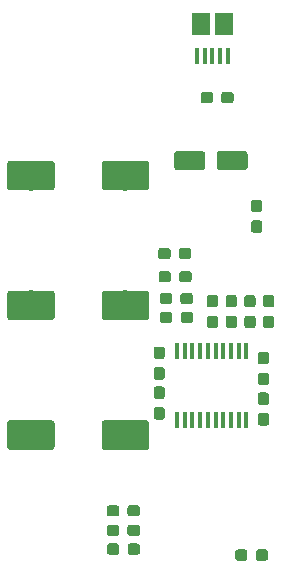
<source format=gtp>
G04 #@! TF.GenerationSoftware,KiCad,Pcbnew,(5.1.0)-1*
G04 #@! TF.CreationDate,2019-06-26T15:09:51-04:00*
G04 #@! TF.ProjectId,comp2dvi2,636f6d70-3264-4766-9932-2e6b69636164,rev?*
G04 #@! TF.SameCoordinates,PX528a7e4PY5879c7c*
G04 #@! TF.FileFunction,Paste,Top*
G04 #@! TF.FilePolarity,Positive*
%FSLAX46Y46*%
G04 Gerber Fmt 4.6, Leading zero omitted, Abs format (unit mm)*
G04 Created by KiCad (PCBNEW (5.1.0)-1) date 2019-06-26 15:09:51*
%MOMM*%
%LPD*%
G04 APERTURE LIST*
%ADD10R,0.450000X1.450000*%
%ADD11R,1.500000X1.900000*%
%ADD12R,0.400000X1.350000*%
%ADD13C,0.100000*%
%ADD14C,0.950000*%
%ADD15C,1.600000*%
%ADD16C,2.500000*%
G04 APERTURE END LIST*
D10*
X11307000Y2759500D03*
X10657000Y2759500D03*
X10007000Y2759500D03*
X9357000Y2759500D03*
X8707000Y2759500D03*
X8057000Y2759500D03*
X7407000Y2759500D03*
X6757000Y2759500D03*
X6107000Y2759500D03*
X5457000Y2759500D03*
X5457000Y-3140500D03*
X6107000Y-3140500D03*
X6757000Y-3140500D03*
X7407000Y-3140500D03*
X8057000Y-3140500D03*
X8707000Y-3140500D03*
X9357000Y-3140500D03*
X10007000Y-3140500D03*
X10657000Y-3140500D03*
X11307000Y-3140500D03*
D11*
X9445500Y30384000D03*
D12*
X8445500Y27684000D03*
X7795500Y27684000D03*
X7145500Y27684000D03*
X9745500Y27684000D03*
X9095500Y27684000D03*
D11*
X7445500Y30384000D03*
D13*
G36*
X2098879Y-13559644D02*
G01*
X2121934Y-13563063D01*
X2144543Y-13568727D01*
X2166487Y-13576579D01*
X2187557Y-13586544D01*
X2207548Y-13598526D01*
X2226268Y-13612410D01*
X2243538Y-13628062D01*
X2259190Y-13645332D01*
X2273074Y-13664052D01*
X2285056Y-13684043D01*
X2295021Y-13705113D01*
X2302873Y-13727057D01*
X2308537Y-13749666D01*
X2311956Y-13772721D01*
X2313100Y-13796000D01*
X2313100Y-14271000D01*
X2311956Y-14294279D01*
X2308537Y-14317334D01*
X2302873Y-14339943D01*
X2295021Y-14361887D01*
X2285056Y-14382957D01*
X2273074Y-14402948D01*
X2259190Y-14421668D01*
X2243538Y-14438938D01*
X2226268Y-14454590D01*
X2207548Y-14468474D01*
X2187557Y-14480456D01*
X2166487Y-14490421D01*
X2144543Y-14498273D01*
X2121934Y-14503937D01*
X2098879Y-14507356D01*
X2075600Y-14508500D01*
X1500600Y-14508500D01*
X1477321Y-14507356D01*
X1454266Y-14503937D01*
X1431657Y-14498273D01*
X1409713Y-14490421D01*
X1388643Y-14480456D01*
X1368652Y-14468474D01*
X1349932Y-14454590D01*
X1332662Y-14438938D01*
X1317010Y-14421668D01*
X1303126Y-14402948D01*
X1291144Y-14382957D01*
X1281179Y-14361887D01*
X1273327Y-14339943D01*
X1267663Y-14317334D01*
X1264244Y-14294279D01*
X1263100Y-14271000D01*
X1263100Y-13796000D01*
X1264244Y-13772721D01*
X1267663Y-13749666D01*
X1273327Y-13727057D01*
X1281179Y-13705113D01*
X1291144Y-13684043D01*
X1303126Y-13664052D01*
X1317010Y-13645332D01*
X1332662Y-13628062D01*
X1349932Y-13612410D01*
X1368652Y-13598526D01*
X1388643Y-13586544D01*
X1409713Y-13576579D01*
X1431657Y-13568727D01*
X1454266Y-13563063D01*
X1477321Y-13559644D01*
X1500600Y-13558500D01*
X2075600Y-13558500D01*
X2098879Y-13559644D01*
X2098879Y-13559644D01*
G37*
D14*
X1788100Y-14033500D03*
D13*
G36*
X348879Y-13559644D02*
G01*
X371934Y-13563063D01*
X394543Y-13568727D01*
X416487Y-13576579D01*
X437557Y-13586544D01*
X457548Y-13598526D01*
X476268Y-13612410D01*
X493538Y-13628062D01*
X509190Y-13645332D01*
X523074Y-13664052D01*
X535056Y-13684043D01*
X545021Y-13705113D01*
X552873Y-13727057D01*
X558537Y-13749666D01*
X561956Y-13772721D01*
X563100Y-13796000D01*
X563100Y-14271000D01*
X561956Y-14294279D01*
X558537Y-14317334D01*
X552873Y-14339943D01*
X545021Y-14361887D01*
X535056Y-14382957D01*
X523074Y-14402948D01*
X509190Y-14421668D01*
X493538Y-14438938D01*
X476268Y-14454590D01*
X457548Y-14468474D01*
X437557Y-14480456D01*
X416487Y-14490421D01*
X394543Y-14498273D01*
X371934Y-14503937D01*
X348879Y-14507356D01*
X325600Y-14508500D01*
X-249400Y-14508500D01*
X-272679Y-14507356D01*
X-295734Y-14503937D01*
X-318343Y-14498273D01*
X-340287Y-14490421D01*
X-361357Y-14480456D01*
X-381348Y-14468474D01*
X-400068Y-14454590D01*
X-417338Y-14438938D01*
X-432990Y-14421668D01*
X-446874Y-14402948D01*
X-458856Y-14382957D01*
X-468821Y-14361887D01*
X-476673Y-14339943D01*
X-482337Y-14317334D01*
X-485756Y-14294279D01*
X-486900Y-14271000D01*
X-486900Y-13796000D01*
X-485756Y-13772721D01*
X-482337Y-13749666D01*
X-476673Y-13727057D01*
X-468821Y-13705113D01*
X-458856Y-13684043D01*
X-446874Y-13664052D01*
X-432990Y-13645332D01*
X-417338Y-13628062D01*
X-400068Y-13612410D01*
X-381348Y-13598526D01*
X-361357Y-13586544D01*
X-340287Y-13576579D01*
X-318343Y-13568727D01*
X-295734Y-13563063D01*
X-272679Y-13559644D01*
X-249400Y-13558500D01*
X325600Y-13558500D01*
X348879Y-13559644D01*
X348879Y-13559644D01*
G37*
D14*
X38100Y-14033500D03*
D13*
G36*
X2088779Y-11972144D02*
G01*
X2111834Y-11975563D01*
X2134443Y-11981227D01*
X2156387Y-11989079D01*
X2177457Y-11999044D01*
X2197448Y-12011026D01*
X2216168Y-12024910D01*
X2233438Y-12040562D01*
X2249090Y-12057832D01*
X2262974Y-12076552D01*
X2274956Y-12096543D01*
X2284921Y-12117613D01*
X2292773Y-12139557D01*
X2298437Y-12162166D01*
X2301856Y-12185221D01*
X2303000Y-12208500D01*
X2303000Y-12683500D01*
X2301856Y-12706779D01*
X2298437Y-12729834D01*
X2292773Y-12752443D01*
X2284921Y-12774387D01*
X2274956Y-12795457D01*
X2262974Y-12815448D01*
X2249090Y-12834168D01*
X2233438Y-12851438D01*
X2216168Y-12867090D01*
X2197448Y-12880974D01*
X2177457Y-12892956D01*
X2156387Y-12902921D01*
X2134443Y-12910773D01*
X2111834Y-12916437D01*
X2088779Y-12919856D01*
X2065500Y-12921000D01*
X1490500Y-12921000D01*
X1467221Y-12919856D01*
X1444166Y-12916437D01*
X1421557Y-12910773D01*
X1399613Y-12902921D01*
X1378543Y-12892956D01*
X1358552Y-12880974D01*
X1339832Y-12867090D01*
X1322562Y-12851438D01*
X1306910Y-12834168D01*
X1293026Y-12815448D01*
X1281044Y-12795457D01*
X1271079Y-12774387D01*
X1263227Y-12752443D01*
X1257563Y-12729834D01*
X1254144Y-12706779D01*
X1253000Y-12683500D01*
X1253000Y-12208500D01*
X1254144Y-12185221D01*
X1257563Y-12162166D01*
X1263227Y-12139557D01*
X1271079Y-12117613D01*
X1281044Y-12096543D01*
X1293026Y-12076552D01*
X1306910Y-12057832D01*
X1322562Y-12040562D01*
X1339832Y-12024910D01*
X1358552Y-12011026D01*
X1378543Y-11999044D01*
X1399613Y-11989079D01*
X1421557Y-11981227D01*
X1444166Y-11975563D01*
X1467221Y-11972144D01*
X1490500Y-11971000D01*
X2065500Y-11971000D01*
X2088779Y-11972144D01*
X2088779Y-11972144D01*
G37*
D14*
X1778000Y-12446000D03*
D13*
G36*
X338779Y-11972144D02*
G01*
X361834Y-11975563D01*
X384443Y-11981227D01*
X406387Y-11989079D01*
X427457Y-11999044D01*
X447448Y-12011026D01*
X466168Y-12024910D01*
X483438Y-12040562D01*
X499090Y-12057832D01*
X512974Y-12076552D01*
X524956Y-12096543D01*
X534921Y-12117613D01*
X542773Y-12139557D01*
X548437Y-12162166D01*
X551856Y-12185221D01*
X553000Y-12208500D01*
X553000Y-12683500D01*
X551856Y-12706779D01*
X548437Y-12729834D01*
X542773Y-12752443D01*
X534921Y-12774387D01*
X524956Y-12795457D01*
X512974Y-12815448D01*
X499090Y-12834168D01*
X483438Y-12851438D01*
X466168Y-12867090D01*
X447448Y-12880974D01*
X427457Y-12892956D01*
X406387Y-12902921D01*
X384443Y-12910773D01*
X361834Y-12916437D01*
X338779Y-12919856D01*
X315500Y-12921000D01*
X-259500Y-12921000D01*
X-282779Y-12919856D01*
X-305834Y-12916437D01*
X-328443Y-12910773D01*
X-350387Y-12902921D01*
X-371457Y-12892956D01*
X-391448Y-12880974D01*
X-410168Y-12867090D01*
X-427438Y-12851438D01*
X-443090Y-12834168D01*
X-456974Y-12815448D01*
X-468956Y-12795457D01*
X-478921Y-12774387D01*
X-486773Y-12752443D01*
X-492437Y-12729834D01*
X-495856Y-12706779D01*
X-497000Y-12683500D01*
X-497000Y-12208500D01*
X-495856Y-12185221D01*
X-492437Y-12162166D01*
X-486773Y-12139557D01*
X-478921Y-12117613D01*
X-468956Y-12096543D01*
X-456974Y-12076552D01*
X-443090Y-12057832D01*
X-427438Y-12040562D01*
X-410168Y-12024910D01*
X-391448Y-12011026D01*
X-371457Y-11999044D01*
X-350387Y-11989079D01*
X-328443Y-11981227D01*
X-305834Y-11975563D01*
X-282779Y-11972144D01*
X-259500Y-11971000D01*
X315500Y-11971000D01*
X338779Y-11972144D01*
X338779Y-11972144D01*
G37*
D14*
X28000Y-12446000D03*
D13*
G36*
X2088779Y-10321144D02*
G01*
X2111834Y-10324563D01*
X2134443Y-10330227D01*
X2156387Y-10338079D01*
X2177457Y-10348044D01*
X2197448Y-10360026D01*
X2216168Y-10373910D01*
X2233438Y-10389562D01*
X2249090Y-10406832D01*
X2262974Y-10425552D01*
X2274956Y-10445543D01*
X2284921Y-10466613D01*
X2292773Y-10488557D01*
X2298437Y-10511166D01*
X2301856Y-10534221D01*
X2303000Y-10557500D01*
X2303000Y-11032500D01*
X2301856Y-11055779D01*
X2298437Y-11078834D01*
X2292773Y-11101443D01*
X2284921Y-11123387D01*
X2274956Y-11144457D01*
X2262974Y-11164448D01*
X2249090Y-11183168D01*
X2233438Y-11200438D01*
X2216168Y-11216090D01*
X2197448Y-11229974D01*
X2177457Y-11241956D01*
X2156387Y-11251921D01*
X2134443Y-11259773D01*
X2111834Y-11265437D01*
X2088779Y-11268856D01*
X2065500Y-11270000D01*
X1490500Y-11270000D01*
X1467221Y-11268856D01*
X1444166Y-11265437D01*
X1421557Y-11259773D01*
X1399613Y-11251921D01*
X1378543Y-11241956D01*
X1358552Y-11229974D01*
X1339832Y-11216090D01*
X1322562Y-11200438D01*
X1306910Y-11183168D01*
X1293026Y-11164448D01*
X1281044Y-11144457D01*
X1271079Y-11123387D01*
X1263227Y-11101443D01*
X1257563Y-11078834D01*
X1254144Y-11055779D01*
X1253000Y-11032500D01*
X1253000Y-10557500D01*
X1254144Y-10534221D01*
X1257563Y-10511166D01*
X1263227Y-10488557D01*
X1271079Y-10466613D01*
X1281044Y-10445543D01*
X1293026Y-10425552D01*
X1306910Y-10406832D01*
X1322562Y-10389562D01*
X1339832Y-10373910D01*
X1358552Y-10360026D01*
X1378543Y-10348044D01*
X1399613Y-10338079D01*
X1421557Y-10330227D01*
X1444166Y-10324563D01*
X1467221Y-10321144D01*
X1490500Y-10320000D01*
X2065500Y-10320000D01*
X2088779Y-10321144D01*
X2088779Y-10321144D01*
G37*
D14*
X1778000Y-10795000D03*
D13*
G36*
X338779Y-10321144D02*
G01*
X361834Y-10324563D01*
X384443Y-10330227D01*
X406387Y-10338079D01*
X427457Y-10348044D01*
X447448Y-10360026D01*
X466168Y-10373910D01*
X483438Y-10389562D01*
X499090Y-10406832D01*
X512974Y-10425552D01*
X524956Y-10445543D01*
X534921Y-10466613D01*
X542773Y-10488557D01*
X548437Y-10511166D01*
X551856Y-10534221D01*
X553000Y-10557500D01*
X553000Y-11032500D01*
X551856Y-11055779D01*
X548437Y-11078834D01*
X542773Y-11101443D01*
X534921Y-11123387D01*
X524956Y-11144457D01*
X512974Y-11164448D01*
X499090Y-11183168D01*
X483438Y-11200438D01*
X466168Y-11216090D01*
X447448Y-11229974D01*
X427457Y-11241956D01*
X406387Y-11251921D01*
X384443Y-11259773D01*
X361834Y-11265437D01*
X338779Y-11268856D01*
X315500Y-11270000D01*
X-259500Y-11270000D01*
X-282779Y-11268856D01*
X-305834Y-11265437D01*
X-328443Y-11259773D01*
X-350387Y-11251921D01*
X-371457Y-11241956D01*
X-391448Y-11229974D01*
X-410168Y-11216090D01*
X-427438Y-11200438D01*
X-443090Y-11183168D01*
X-456974Y-11164448D01*
X-468956Y-11144457D01*
X-478921Y-11123387D01*
X-486773Y-11101443D01*
X-492437Y-11078834D01*
X-495856Y-11055779D01*
X-497000Y-11032500D01*
X-497000Y-10557500D01*
X-495856Y-10534221D01*
X-492437Y-10511166D01*
X-486773Y-10488557D01*
X-478921Y-10466613D01*
X-468956Y-10445543D01*
X-456974Y-10425552D01*
X-443090Y-10406832D01*
X-427438Y-10389562D01*
X-410168Y-10373910D01*
X-391448Y-10360026D01*
X-371457Y-10348044D01*
X-350387Y-10338079D01*
X-328443Y-10330227D01*
X-305834Y-10324563D01*
X-282779Y-10321144D01*
X-259500Y-10320000D01*
X315500Y-10320000D01*
X338779Y-10321144D01*
X338779Y-10321144D01*
G37*
D14*
X28000Y-10795000D03*
D13*
G36*
X4692279Y11459356D02*
G01*
X4715334Y11455937D01*
X4737943Y11450273D01*
X4759887Y11442421D01*
X4780957Y11432456D01*
X4800948Y11420474D01*
X4819668Y11406590D01*
X4836938Y11390938D01*
X4852590Y11373668D01*
X4866474Y11354948D01*
X4878456Y11334957D01*
X4888421Y11313887D01*
X4896273Y11291943D01*
X4901937Y11269334D01*
X4905356Y11246279D01*
X4906500Y11223000D01*
X4906500Y10748000D01*
X4905356Y10724721D01*
X4901937Y10701666D01*
X4896273Y10679057D01*
X4888421Y10657113D01*
X4878456Y10636043D01*
X4866474Y10616052D01*
X4852590Y10597332D01*
X4836938Y10580062D01*
X4819668Y10564410D01*
X4800948Y10550526D01*
X4780957Y10538544D01*
X4759887Y10528579D01*
X4737943Y10520727D01*
X4715334Y10515063D01*
X4692279Y10511644D01*
X4669000Y10510500D01*
X4094000Y10510500D01*
X4070721Y10511644D01*
X4047666Y10515063D01*
X4025057Y10520727D01*
X4003113Y10528579D01*
X3982043Y10538544D01*
X3962052Y10550526D01*
X3943332Y10564410D01*
X3926062Y10580062D01*
X3910410Y10597332D01*
X3896526Y10616052D01*
X3884544Y10636043D01*
X3874579Y10657113D01*
X3866727Y10679057D01*
X3861063Y10701666D01*
X3857644Y10724721D01*
X3856500Y10748000D01*
X3856500Y11223000D01*
X3857644Y11246279D01*
X3861063Y11269334D01*
X3866727Y11291943D01*
X3874579Y11313887D01*
X3884544Y11334957D01*
X3896526Y11354948D01*
X3910410Y11373668D01*
X3926062Y11390938D01*
X3943332Y11406590D01*
X3962052Y11420474D01*
X3982043Y11432456D01*
X4003113Y11442421D01*
X4025057Y11450273D01*
X4047666Y11455937D01*
X4070721Y11459356D01*
X4094000Y11460500D01*
X4669000Y11460500D01*
X4692279Y11459356D01*
X4692279Y11459356D01*
G37*
D14*
X4381500Y10985500D03*
D13*
G36*
X6442279Y11459356D02*
G01*
X6465334Y11455937D01*
X6487943Y11450273D01*
X6509887Y11442421D01*
X6530957Y11432456D01*
X6550948Y11420474D01*
X6569668Y11406590D01*
X6586938Y11390938D01*
X6602590Y11373668D01*
X6616474Y11354948D01*
X6628456Y11334957D01*
X6638421Y11313887D01*
X6646273Y11291943D01*
X6651937Y11269334D01*
X6655356Y11246279D01*
X6656500Y11223000D01*
X6656500Y10748000D01*
X6655356Y10724721D01*
X6651937Y10701666D01*
X6646273Y10679057D01*
X6638421Y10657113D01*
X6628456Y10636043D01*
X6616474Y10616052D01*
X6602590Y10597332D01*
X6586938Y10580062D01*
X6569668Y10564410D01*
X6550948Y10550526D01*
X6530957Y10538544D01*
X6509887Y10528579D01*
X6487943Y10520727D01*
X6465334Y10515063D01*
X6442279Y10511644D01*
X6419000Y10510500D01*
X5844000Y10510500D01*
X5820721Y10511644D01*
X5797666Y10515063D01*
X5775057Y10520727D01*
X5753113Y10528579D01*
X5732043Y10538544D01*
X5712052Y10550526D01*
X5693332Y10564410D01*
X5676062Y10580062D01*
X5660410Y10597332D01*
X5646526Y10616052D01*
X5634544Y10636043D01*
X5624579Y10657113D01*
X5616727Y10679057D01*
X5611063Y10701666D01*
X5607644Y10724721D01*
X5606500Y10748000D01*
X5606500Y11223000D01*
X5607644Y11246279D01*
X5611063Y11269334D01*
X5616727Y11291943D01*
X5624579Y11313887D01*
X5634544Y11334957D01*
X5646526Y11354948D01*
X5660410Y11373668D01*
X5676062Y11390938D01*
X5693332Y11406590D01*
X5712052Y11420474D01*
X5732043Y11432456D01*
X5753113Y11442421D01*
X5775057Y11450273D01*
X5797666Y11455937D01*
X5820721Y11459356D01*
X5844000Y11460500D01*
X6419000Y11460500D01*
X6442279Y11459356D01*
X6442279Y11459356D01*
G37*
D14*
X6131500Y10985500D03*
D13*
G36*
X4197779Y1363356D02*
G01*
X4220834Y1359937D01*
X4243443Y1354273D01*
X4265387Y1346421D01*
X4286457Y1336456D01*
X4306448Y1324474D01*
X4325168Y1310590D01*
X4342438Y1294938D01*
X4358090Y1277668D01*
X4371974Y1258948D01*
X4383956Y1238957D01*
X4393921Y1217887D01*
X4401773Y1195943D01*
X4407437Y1173334D01*
X4410856Y1150279D01*
X4412000Y1127000D01*
X4412000Y552000D01*
X4410856Y528721D01*
X4407437Y505666D01*
X4401773Y483057D01*
X4393921Y461113D01*
X4383956Y440043D01*
X4371974Y420052D01*
X4358090Y401332D01*
X4342438Y384062D01*
X4325168Y368410D01*
X4306448Y354526D01*
X4286457Y342544D01*
X4265387Y332579D01*
X4243443Y324727D01*
X4220834Y319063D01*
X4197779Y315644D01*
X4174500Y314500D01*
X3699500Y314500D01*
X3676221Y315644D01*
X3653166Y319063D01*
X3630557Y324727D01*
X3608613Y332579D01*
X3587543Y342544D01*
X3567552Y354526D01*
X3548832Y368410D01*
X3531562Y384062D01*
X3515910Y401332D01*
X3502026Y420052D01*
X3490044Y440043D01*
X3480079Y461113D01*
X3472227Y483057D01*
X3466563Y505666D01*
X3463144Y528721D01*
X3462000Y552000D01*
X3462000Y1127000D01*
X3463144Y1150279D01*
X3466563Y1173334D01*
X3472227Y1195943D01*
X3480079Y1217887D01*
X3490044Y1238957D01*
X3502026Y1258948D01*
X3515910Y1277668D01*
X3531562Y1294938D01*
X3548832Y1310590D01*
X3567552Y1324474D01*
X3587543Y1336456D01*
X3608613Y1346421D01*
X3630557Y1354273D01*
X3653166Y1359937D01*
X3676221Y1363356D01*
X3699500Y1364500D01*
X4174500Y1364500D01*
X4197779Y1363356D01*
X4197779Y1363356D01*
G37*
D14*
X3937000Y839500D03*
D13*
G36*
X4197779Y3113356D02*
G01*
X4220834Y3109937D01*
X4243443Y3104273D01*
X4265387Y3096421D01*
X4286457Y3086456D01*
X4306448Y3074474D01*
X4325168Y3060590D01*
X4342438Y3044938D01*
X4358090Y3027668D01*
X4371974Y3008948D01*
X4383956Y2988957D01*
X4393921Y2967887D01*
X4401773Y2945943D01*
X4407437Y2923334D01*
X4410856Y2900279D01*
X4412000Y2877000D01*
X4412000Y2302000D01*
X4410856Y2278721D01*
X4407437Y2255666D01*
X4401773Y2233057D01*
X4393921Y2211113D01*
X4383956Y2190043D01*
X4371974Y2170052D01*
X4358090Y2151332D01*
X4342438Y2134062D01*
X4325168Y2118410D01*
X4306448Y2104526D01*
X4286457Y2092544D01*
X4265387Y2082579D01*
X4243443Y2074727D01*
X4220834Y2069063D01*
X4197779Y2065644D01*
X4174500Y2064500D01*
X3699500Y2064500D01*
X3676221Y2065644D01*
X3653166Y2069063D01*
X3630557Y2074727D01*
X3608613Y2082579D01*
X3587543Y2092544D01*
X3567552Y2104526D01*
X3548832Y2118410D01*
X3531562Y2134062D01*
X3515910Y2151332D01*
X3502026Y2170052D01*
X3490044Y2190043D01*
X3480079Y2211113D01*
X3472227Y2233057D01*
X3466563Y2255666D01*
X3463144Y2278721D01*
X3462000Y2302000D01*
X3462000Y2877000D01*
X3463144Y2900279D01*
X3466563Y2923334D01*
X3472227Y2945943D01*
X3480079Y2967887D01*
X3490044Y2988957D01*
X3502026Y3008948D01*
X3515910Y3027668D01*
X3531562Y3044938D01*
X3548832Y3060590D01*
X3567552Y3074474D01*
X3587543Y3086456D01*
X3608613Y3096421D01*
X3630557Y3104273D01*
X3653166Y3109937D01*
X3676221Y3113356D01*
X3699500Y3114500D01*
X4174500Y3114500D01*
X4197779Y3113356D01*
X4197779Y3113356D01*
G37*
D14*
X3937000Y2589500D03*
D13*
G36*
X11881279Y5730856D02*
G01*
X11904334Y5727437D01*
X11926943Y5721773D01*
X11948887Y5713921D01*
X11969957Y5703956D01*
X11989948Y5691974D01*
X12008668Y5678090D01*
X12025938Y5662438D01*
X12041590Y5645168D01*
X12055474Y5626448D01*
X12067456Y5606457D01*
X12077421Y5585387D01*
X12085273Y5563443D01*
X12090937Y5540834D01*
X12094356Y5517779D01*
X12095500Y5494500D01*
X12095500Y4919500D01*
X12094356Y4896221D01*
X12090937Y4873166D01*
X12085273Y4850557D01*
X12077421Y4828613D01*
X12067456Y4807543D01*
X12055474Y4787552D01*
X12041590Y4768832D01*
X12025938Y4751562D01*
X12008668Y4735910D01*
X11989948Y4722026D01*
X11969957Y4710044D01*
X11948887Y4700079D01*
X11926943Y4692227D01*
X11904334Y4686563D01*
X11881279Y4683144D01*
X11858000Y4682000D01*
X11383000Y4682000D01*
X11359721Y4683144D01*
X11336666Y4686563D01*
X11314057Y4692227D01*
X11292113Y4700079D01*
X11271043Y4710044D01*
X11251052Y4722026D01*
X11232332Y4735910D01*
X11215062Y4751562D01*
X11199410Y4768832D01*
X11185526Y4787552D01*
X11173544Y4807543D01*
X11163579Y4828613D01*
X11155727Y4850557D01*
X11150063Y4873166D01*
X11146644Y4896221D01*
X11145500Y4919500D01*
X11145500Y5494500D01*
X11146644Y5517779D01*
X11150063Y5540834D01*
X11155727Y5563443D01*
X11163579Y5585387D01*
X11173544Y5606457D01*
X11185526Y5626448D01*
X11199410Y5645168D01*
X11215062Y5662438D01*
X11232332Y5678090D01*
X11251052Y5691974D01*
X11271043Y5703956D01*
X11292113Y5713921D01*
X11314057Y5721773D01*
X11336666Y5727437D01*
X11359721Y5730856D01*
X11383000Y5732000D01*
X11858000Y5732000D01*
X11881279Y5730856D01*
X11881279Y5730856D01*
G37*
D14*
X11620500Y5207000D03*
D13*
G36*
X11881279Y7480856D02*
G01*
X11904334Y7477437D01*
X11926943Y7471773D01*
X11948887Y7463921D01*
X11969957Y7453956D01*
X11989948Y7441974D01*
X12008668Y7428090D01*
X12025938Y7412438D01*
X12041590Y7395168D01*
X12055474Y7376448D01*
X12067456Y7356457D01*
X12077421Y7335387D01*
X12085273Y7313443D01*
X12090937Y7290834D01*
X12094356Y7267779D01*
X12095500Y7244500D01*
X12095500Y6669500D01*
X12094356Y6646221D01*
X12090937Y6623166D01*
X12085273Y6600557D01*
X12077421Y6578613D01*
X12067456Y6557543D01*
X12055474Y6537552D01*
X12041590Y6518832D01*
X12025938Y6501562D01*
X12008668Y6485910D01*
X11989948Y6472026D01*
X11969957Y6460044D01*
X11948887Y6450079D01*
X11926943Y6442227D01*
X11904334Y6436563D01*
X11881279Y6433144D01*
X11858000Y6432000D01*
X11383000Y6432000D01*
X11359721Y6433144D01*
X11336666Y6436563D01*
X11314057Y6442227D01*
X11292113Y6450079D01*
X11271043Y6460044D01*
X11251052Y6472026D01*
X11232332Y6485910D01*
X11215062Y6501562D01*
X11199410Y6518832D01*
X11185526Y6537552D01*
X11173544Y6557543D01*
X11163579Y6578613D01*
X11155727Y6600557D01*
X11150063Y6623166D01*
X11146644Y6646221D01*
X11145500Y6669500D01*
X11145500Y7244500D01*
X11146644Y7267779D01*
X11150063Y7290834D01*
X11155727Y7313443D01*
X11163579Y7335387D01*
X11173544Y7356457D01*
X11185526Y7376448D01*
X11199410Y7395168D01*
X11215062Y7412438D01*
X11232332Y7428090D01*
X11251052Y7441974D01*
X11271043Y7453956D01*
X11292113Y7463921D01*
X11314057Y7471773D01*
X11336666Y7477437D01*
X11359721Y7480856D01*
X11383000Y7482000D01*
X11858000Y7482000D01*
X11881279Y7480856D01*
X11881279Y7480856D01*
G37*
D14*
X11620500Y6957000D03*
D13*
G36*
X10293779Y7480856D02*
G01*
X10316834Y7477437D01*
X10339443Y7471773D01*
X10361387Y7463921D01*
X10382457Y7453956D01*
X10402448Y7441974D01*
X10421168Y7428090D01*
X10438438Y7412438D01*
X10454090Y7395168D01*
X10467974Y7376448D01*
X10479956Y7356457D01*
X10489921Y7335387D01*
X10497773Y7313443D01*
X10503437Y7290834D01*
X10506856Y7267779D01*
X10508000Y7244500D01*
X10508000Y6669500D01*
X10506856Y6646221D01*
X10503437Y6623166D01*
X10497773Y6600557D01*
X10489921Y6578613D01*
X10479956Y6557543D01*
X10467974Y6537552D01*
X10454090Y6518832D01*
X10438438Y6501562D01*
X10421168Y6485910D01*
X10402448Y6472026D01*
X10382457Y6460044D01*
X10361387Y6450079D01*
X10339443Y6442227D01*
X10316834Y6436563D01*
X10293779Y6433144D01*
X10270500Y6432000D01*
X9795500Y6432000D01*
X9772221Y6433144D01*
X9749166Y6436563D01*
X9726557Y6442227D01*
X9704613Y6450079D01*
X9683543Y6460044D01*
X9663552Y6472026D01*
X9644832Y6485910D01*
X9627562Y6501562D01*
X9611910Y6518832D01*
X9598026Y6537552D01*
X9586044Y6557543D01*
X9576079Y6578613D01*
X9568227Y6600557D01*
X9562563Y6623166D01*
X9559144Y6646221D01*
X9558000Y6669500D01*
X9558000Y7244500D01*
X9559144Y7267779D01*
X9562563Y7290834D01*
X9568227Y7313443D01*
X9576079Y7335387D01*
X9586044Y7356457D01*
X9598026Y7376448D01*
X9611910Y7395168D01*
X9627562Y7412438D01*
X9644832Y7428090D01*
X9663552Y7441974D01*
X9683543Y7453956D01*
X9704613Y7463921D01*
X9726557Y7471773D01*
X9749166Y7477437D01*
X9772221Y7480856D01*
X9795500Y7482000D01*
X10270500Y7482000D01*
X10293779Y7480856D01*
X10293779Y7480856D01*
G37*
D14*
X10033000Y6957000D03*
D13*
G36*
X10293779Y5730856D02*
G01*
X10316834Y5727437D01*
X10339443Y5721773D01*
X10361387Y5713921D01*
X10382457Y5703956D01*
X10402448Y5691974D01*
X10421168Y5678090D01*
X10438438Y5662438D01*
X10454090Y5645168D01*
X10467974Y5626448D01*
X10479956Y5606457D01*
X10489921Y5585387D01*
X10497773Y5563443D01*
X10503437Y5540834D01*
X10506856Y5517779D01*
X10508000Y5494500D01*
X10508000Y4919500D01*
X10506856Y4896221D01*
X10503437Y4873166D01*
X10497773Y4850557D01*
X10489921Y4828613D01*
X10479956Y4807543D01*
X10467974Y4787552D01*
X10454090Y4768832D01*
X10438438Y4751562D01*
X10421168Y4735910D01*
X10402448Y4722026D01*
X10382457Y4710044D01*
X10361387Y4700079D01*
X10339443Y4692227D01*
X10316834Y4686563D01*
X10293779Y4683144D01*
X10270500Y4682000D01*
X9795500Y4682000D01*
X9772221Y4683144D01*
X9749166Y4686563D01*
X9726557Y4692227D01*
X9704613Y4700079D01*
X9683543Y4710044D01*
X9663552Y4722026D01*
X9644832Y4735910D01*
X9627562Y4751562D01*
X9611910Y4768832D01*
X9598026Y4787552D01*
X9586044Y4807543D01*
X9576079Y4828613D01*
X9568227Y4850557D01*
X9562563Y4873166D01*
X9559144Y4896221D01*
X9558000Y4919500D01*
X9558000Y5494500D01*
X9559144Y5517779D01*
X9562563Y5540834D01*
X9568227Y5563443D01*
X9576079Y5585387D01*
X9586044Y5606457D01*
X9598026Y5626448D01*
X9611910Y5645168D01*
X9627562Y5662438D01*
X9644832Y5678090D01*
X9663552Y5691974D01*
X9683543Y5703956D01*
X9704613Y5713921D01*
X9726557Y5721773D01*
X9749166Y5727437D01*
X9772221Y5730856D01*
X9795500Y5732000D01*
X10270500Y5732000D01*
X10293779Y5730856D01*
X10293779Y5730856D01*
G37*
D14*
X10033000Y5207000D03*
D13*
G36*
X8706279Y5730856D02*
G01*
X8729334Y5727437D01*
X8751943Y5721773D01*
X8773887Y5713921D01*
X8794957Y5703956D01*
X8814948Y5691974D01*
X8833668Y5678090D01*
X8850938Y5662438D01*
X8866590Y5645168D01*
X8880474Y5626448D01*
X8892456Y5606457D01*
X8902421Y5585387D01*
X8910273Y5563443D01*
X8915937Y5540834D01*
X8919356Y5517779D01*
X8920500Y5494500D01*
X8920500Y4919500D01*
X8919356Y4896221D01*
X8915937Y4873166D01*
X8910273Y4850557D01*
X8902421Y4828613D01*
X8892456Y4807543D01*
X8880474Y4787552D01*
X8866590Y4768832D01*
X8850938Y4751562D01*
X8833668Y4735910D01*
X8814948Y4722026D01*
X8794957Y4710044D01*
X8773887Y4700079D01*
X8751943Y4692227D01*
X8729334Y4686563D01*
X8706279Y4683144D01*
X8683000Y4682000D01*
X8208000Y4682000D01*
X8184721Y4683144D01*
X8161666Y4686563D01*
X8139057Y4692227D01*
X8117113Y4700079D01*
X8096043Y4710044D01*
X8076052Y4722026D01*
X8057332Y4735910D01*
X8040062Y4751562D01*
X8024410Y4768832D01*
X8010526Y4787552D01*
X7998544Y4807543D01*
X7988579Y4828613D01*
X7980727Y4850557D01*
X7975063Y4873166D01*
X7971644Y4896221D01*
X7970500Y4919500D01*
X7970500Y5494500D01*
X7971644Y5517779D01*
X7975063Y5540834D01*
X7980727Y5563443D01*
X7988579Y5585387D01*
X7998544Y5606457D01*
X8010526Y5626448D01*
X8024410Y5645168D01*
X8040062Y5662438D01*
X8057332Y5678090D01*
X8076052Y5691974D01*
X8096043Y5703956D01*
X8117113Y5713921D01*
X8139057Y5721773D01*
X8161666Y5727437D01*
X8184721Y5730856D01*
X8208000Y5732000D01*
X8683000Y5732000D01*
X8706279Y5730856D01*
X8706279Y5730856D01*
G37*
D14*
X8445500Y5207000D03*
D13*
G36*
X8706279Y7480856D02*
G01*
X8729334Y7477437D01*
X8751943Y7471773D01*
X8773887Y7463921D01*
X8794957Y7453956D01*
X8814948Y7441974D01*
X8833668Y7428090D01*
X8850938Y7412438D01*
X8866590Y7395168D01*
X8880474Y7376448D01*
X8892456Y7356457D01*
X8902421Y7335387D01*
X8910273Y7313443D01*
X8915937Y7290834D01*
X8919356Y7267779D01*
X8920500Y7244500D01*
X8920500Y6669500D01*
X8919356Y6646221D01*
X8915937Y6623166D01*
X8910273Y6600557D01*
X8902421Y6578613D01*
X8892456Y6557543D01*
X8880474Y6537552D01*
X8866590Y6518832D01*
X8850938Y6501562D01*
X8833668Y6485910D01*
X8814948Y6472026D01*
X8794957Y6460044D01*
X8773887Y6450079D01*
X8751943Y6442227D01*
X8729334Y6436563D01*
X8706279Y6433144D01*
X8683000Y6432000D01*
X8208000Y6432000D01*
X8184721Y6433144D01*
X8161666Y6436563D01*
X8139057Y6442227D01*
X8117113Y6450079D01*
X8096043Y6460044D01*
X8076052Y6472026D01*
X8057332Y6485910D01*
X8040062Y6501562D01*
X8024410Y6518832D01*
X8010526Y6537552D01*
X7998544Y6557543D01*
X7988579Y6578613D01*
X7980727Y6600557D01*
X7975063Y6623166D01*
X7971644Y6646221D01*
X7970500Y6669500D01*
X7970500Y7244500D01*
X7971644Y7267779D01*
X7975063Y7290834D01*
X7980727Y7313443D01*
X7988579Y7335387D01*
X7998544Y7356457D01*
X8010526Y7376448D01*
X8024410Y7395168D01*
X8040062Y7412438D01*
X8057332Y7428090D01*
X8076052Y7441974D01*
X8096043Y7453956D01*
X8117113Y7463921D01*
X8139057Y7471773D01*
X8161666Y7477437D01*
X8184721Y7480856D01*
X8208000Y7482000D01*
X8683000Y7482000D01*
X8706279Y7480856D01*
X8706279Y7480856D01*
G37*
D14*
X8445500Y6957000D03*
D13*
G36*
X7593004Y19658296D02*
G01*
X7617273Y19654696D01*
X7641071Y19648735D01*
X7664171Y19640470D01*
X7686349Y19629980D01*
X7707393Y19617367D01*
X7727098Y19602753D01*
X7745277Y19586277D01*
X7761753Y19568098D01*
X7776367Y19548393D01*
X7788980Y19527349D01*
X7799470Y19505171D01*
X7807735Y19482071D01*
X7813696Y19458273D01*
X7817296Y19434004D01*
X7818500Y19409500D01*
X7818500Y18309500D01*
X7817296Y18284996D01*
X7813696Y18260727D01*
X7807735Y18236929D01*
X7799470Y18213829D01*
X7788980Y18191651D01*
X7776367Y18170607D01*
X7761753Y18150902D01*
X7745277Y18132723D01*
X7727098Y18116247D01*
X7707393Y18101633D01*
X7686349Y18089020D01*
X7664171Y18078530D01*
X7641071Y18070265D01*
X7617273Y18064304D01*
X7593004Y18060704D01*
X7568500Y18059500D01*
X5468500Y18059500D01*
X5443996Y18060704D01*
X5419727Y18064304D01*
X5395929Y18070265D01*
X5372829Y18078530D01*
X5350651Y18089020D01*
X5329607Y18101633D01*
X5309902Y18116247D01*
X5291723Y18132723D01*
X5275247Y18150902D01*
X5260633Y18170607D01*
X5248020Y18191651D01*
X5237530Y18213829D01*
X5229265Y18236929D01*
X5223304Y18260727D01*
X5219704Y18284996D01*
X5218500Y18309500D01*
X5218500Y19409500D01*
X5219704Y19434004D01*
X5223304Y19458273D01*
X5229265Y19482071D01*
X5237530Y19505171D01*
X5248020Y19527349D01*
X5260633Y19548393D01*
X5275247Y19568098D01*
X5291723Y19586277D01*
X5309902Y19602753D01*
X5329607Y19617367D01*
X5350651Y19629980D01*
X5372829Y19640470D01*
X5395929Y19648735D01*
X5419727Y19654696D01*
X5443996Y19658296D01*
X5468500Y19659500D01*
X7568500Y19659500D01*
X7593004Y19658296D01*
X7593004Y19658296D01*
G37*
D15*
X6518500Y18859500D03*
D13*
G36*
X11193004Y19658296D02*
G01*
X11217273Y19654696D01*
X11241071Y19648735D01*
X11264171Y19640470D01*
X11286349Y19629980D01*
X11307393Y19617367D01*
X11327098Y19602753D01*
X11345277Y19586277D01*
X11361753Y19568098D01*
X11376367Y19548393D01*
X11388980Y19527349D01*
X11399470Y19505171D01*
X11407735Y19482071D01*
X11413696Y19458273D01*
X11417296Y19434004D01*
X11418500Y19409500D01*
X11418500Y18309500D01*
X11417296Y18284996D01*
X11413696Y18260727D01*
X11407735Y18236929D01*
X11399470Y18213829D01*
X11388980Y18191651D01*
X11376367Y18170607D01*
X11361753Y18150902D01*
X11345277Y18132723D01*
X11327098Y18116247D01*
X11307393Y18101633D01*
X11286349Y18089020D01*
X11264171Y18078530D01*
X11241071Y18070265D01*
X11217273Y18064304D01*
X11193004Y18060704D01*
X11168500Y18059500D01*
X9068500Y18059500D01*
X9043996Y18060704D01*
X9019727Y18064304D01*
X8995929Y18070265D01*
X8972829Y18078530D01*
X8950651Y18089020D01*
X8929607Y18101633D01*
X8909902Y18116247D01*
X8891723Y18132723D01*
X8875247Y18150902D01*
X8860633Y18170607D01*
X8848020Y18191651D01*
X8837530Y18213829D01*
X8829265Y18236929D01*
X8823304Y18260727D01*
X8819704Y18284996D01*
X8818500Y18309500D01*
X8818500Y19409500D01*
X8819704Y19434004D01*
X8823304Y19458273D01*
X8829265Y19482071D01*
X8837530Y19505171D01*
X8848020Y19527349D01*
X8860633Y19548393D01*
X8875247Y19568098D01*
X8891723Y19586277D01*
X8909902Y19602753D01*
X8929607Y19617367D01*
X8950651Y19629980D01*
X8972829Y19640470D01*
X8995929Y19648735D01*
X9019727Y19654696D01*
X9043996Y19658296D01*
X9068500Y19659500D01*
X11168500Y19659500D01*
X11193004Y19658296D01*
X11193004Y19658296D01*
G37*
D15*
X10118500Y18859500D03*
D13*
G36*
X13024279Y904856D02*
G01*
X13047334Y901437D01*
X13069943Y895773D01*
X13091887Y887921D01*
X13112957Y877956D01*
X13132948Y865974D01*
X13151668Y852090D01*
X13168938Y836438D01*
X13184590Y819168D01*
X13198474Y800448D01*
X13210456Y780457D01*
X13220421Y759387D01*
X13228273Y737443D01*
X13233937Y714834D01*
X13237356Y691779D01*
X13238500Y668500D01*
X13238500Y93500D01*
X13237356Y70221D01*
X13233937Y47166D01*
X13228273Y24557D01*
X13220421Y2613D01*
X13210456Y-18457D01*
X13198474Y-38448D01*
X13184590Y-57168D01*
X13168938Y-74438D01*
X13151668Y-90090D01*
X13132948Y-103974D01*
X13112957Y-115956D01*
X13091887Y-125921D01*
X13069943Y-133773D01*
X13047334Y-139437D01*
X13024279Y-142856D01*
X13001000Y-144000D01*
X12526000Y-144000D01*
X12502721Y-142856D01*
X12479666Y-139437D01*
X12457057Y-133773D01*
X12435113Y-125921D01*
X12414043Y-115956D01*
X12394052Y-103974D01*
X12375332Y-90090D01*
X12358062Y-74438D01*
X12342410Y-57168D01*
X12328526Y-38448D01*
X12316544Y-18457D01*
X12306579Y2613D01*
X12298727Y24557D01*
X12293063Y47166D01*
X12289644Y70221D01*
X12288500Y93500D01*
X12288500Y668500D01*
X12289644Y691779D01*
X12293063Y714834D01*
X12298727Y737443D01*
X12306579Y759387D01*
X12316544Y780457D01*
X12328526Y800448D01*
X12342410Y819168D01*
X12358062Y836438D01*
X12375332Y852090D01*
X12394052Y865974D01*
X12414043Y877956D01*
X12435113Y887921D01*
X12457057Y895773D01*
X12479666Y901437D01*
X12502721Y904856D01*
X12526000Y906000D01*
X13001000Y906000D01*
X13024279Y904856D01*
X13024279Y904856D01*
G37*
D14*
X12763500Y381000D03*
D13*
G36*
X13024279Y2654856D02*
G01*
X13047334Y2651437D01*
X13069943Y2645773D01*
X13091887Y2637921D01*
X13112957Y2627956D01*
X13132948Y2615974D01*
X13151668Y2602090D01*
X13168938Y2586438D01*
X13184590Y2569168D01*
X13198474Y2550448D01*
X13210456Y2530457D01*
X13220421Y2509387D01*
X13228273Y2487443D01*
X13233937Y2464834D01*
X13237356Y2441779D01*
X13238500Y2418500D01*
X13238500Y1843500D01*
X13237356Y1820221D01*
X13233937Y1797166D01*
X13228273Y1774557D01*
X13220421Y1752613D01*
X13210456Y1731543D01*
X13198474Y1711552D01*
X13184590Y1692832D01*
X13168938Y1675562D01*
X13151668Y1659910D01*
X13132948Y1646026D01*
X13112957Y1634044D01*
X13091887Y1624079D01*
X13069943Y1616227D01*
X13047334Y1610563D01*
X13024279Y1607144D01*
X13001000Y1606000D01*
X12526000Y1606000D01*
X12502721Y1607144D01*
X12479666Y1610563D01*
X12457057Y1616227D01*
X12435113Y1624079D01*
X12414043Y1634044D01*
X12394052Y1646026D01*
X12375332Y1659910D01*
X12358062Y1675562D01*
X12342410Y1692832D01*
X12328526Y1711552D01*
X12316544Y1731543D01*
X12306579Y1752613D01*
X12298727Y1774557D01*
X12293063Y1797166D01*
X12289644Y1820221D01*
X12288500Y1843500D01*
X12288500Y2418500D01*
X12289644Y2441779D01*
X12293063Y2464834D01*
X12298727Y2487443D01*
X12306579Y2509387D01*
X12316544Y2530457D01*
X12328526Y2550448D01*
X12342410Y2569168D01*
X12358062Y2586438D01*
X12375332Y2602090D01*
X12394052Y2615974D01*
X12414043Y2627956D01*
X12435113Y2637921D01*
X12457057Y2645773D01*
X12479666Y2651437D01*
X12502721Y2654856D01*
X12526000Y2656000D01*
X13001000Y2656000D01*
X13024279Y2654856D01*
X13024279Y2654856D01*
G37*
D14*
X12763500Y2131000D03*
D13*
G36*
X13024279Y-2524144D02*
G01*
X13047334Y-2527563D01*
X13069943Y-2533227D01*
X13091887Y-2541079D01*
X13112957Y-2551044D01*
X13132948Y-2563026D01*
X13151668Y-2576910D01*
X13168938Y-2592562D01*
X13184590Y-2609832D01*
X13198474Y-2628552D01*
X13210456Y-2648543D01*
X13220421Y-2669613D01*
X13228273Y-2691557D01*
X13233937Y-2714166D01*
X13237356Y-2737221D01*
X13238500Y-2760500D01*
X13238500Y-3335500D01*
X13237356Y-3358779D01*
X13233937Y-3381834D01*
X13228273Y-3404443D01*
X13220421Y-3426387D01*
X13210456Y-3447457D01*
X13198474Y-3467448D01*
X13184590Y-3486168D01*
X13168938Y-3503438D01*
X13151668Y-3519090D01*
X13132948Y-3532974D01*
X13112957Y-3544956D01*
X13091887Y-3554921D01*
X13069943Y-3562773D01*
X13047334Y-3568437D01*
X13024279Y-3571856D01*
X13001000Y-3573000D01*
X12526000Y-3573000D01*
X12502721Y-3571856D01*
X12479666Y-3568437D01*
X12457057Y-3562773D01*
X12435113Y-3554921D01*
X12414043Y-3544956D01*
X12394052Y-3532974D01*
X12375332Y-3519090D01*
X12358062Y-3503438D01*
X12342410Y-3486168D01*
X12328526Y-3467448D01*
X12316544Y-3447457D01*
X12306579Y-3426387D01*
X12298727Y-3404443D01*
X12293063Y-3381834D01*
X12289644Y-3358779D01*
X12288500Y-3335500D01*
X12288500Y-2760500D01*
X12289644Y-2737221D01*
X12293063Y-2714166D01*
X12298727Y-2691557D01*
X12306579Y-2669613D01*
X12316544Y-2648543D01*
X12328526Y-2628552D01*
X12342410Y-2609832D01*
X12358062Y-2592562D01*
X12375332Y-2576910D01*
X12394052Y-2563026D01*
X12414043Y-2551044D01*
X12435113Y-2541079D01*
X12457057Y-2533227D01*
X12479666Y-2527563D01*
X12502721Y-2524144D01*
X12526000Y-2523000D01*
X13001000Y-2523000D01*
X13024279Y-2524144D01*
X13024279Y-2524144D01*
G37*
D14*
X12763500Y-3048000D03*
D13*
G36*
X13024279Y-774144D02*
G01*
X13047334Y-777563D01*
X13069943Y-783227D01*
X13091887Y-791079D01*
X13112957Y-801044D01*
X13132948Y-813026D01*
X13151668Y-826910D01*
X13168938Y-842562D01*
X13184590Y-859832D01*
X13198474Y-878552D01*
X13210456Y-898543D01*
X13220421Y-919613D01*
X13228273Y-941557D01*
X13233937Y-964166D01*
X13237356Y-987221D01*
X13238500Y-1010500D01*
X13238500Y-1585500D01*
X13237356Y-1608779D01*
X13233937Y-1631834D01*
X13228273Y-1654443D01*
X13220421Y-1676387D01*
X13210456Y-1697457D01*
X13198474Y-1717448D01*
X13184590Y-1736168D01*
X13168938Y-1753438D01*
X13151668Y-1769090D01*
X13132948Y-1782974D01*
X13112957Y-1794956D01*
X13091887Y-1804921D01*
X13069943Y-1812773D01*
X13047334Y-1818437D01*
X13024279Y-1821856D01*
X13001000Y-1823000D01*
X12526000Y-1823000D01*
X12502721Y-1821856D01*
X12479666Y-1818437D01*
X12457057Y-1812773D01*
X12435113Y-1804921D01*
X12414043Y-1794956D01*
X12394052Y-1782974D01*
X12375332Y-1769090D01*
X12358062Y-1753438D01*
X12342410Y-1736168D01*
X12328526Y-1717448D01*
X12316544Y-1697457D01*
X12306579Y-1676387D01*
X12298727Y-1654443D01*
X12293063Y-1631834D01*
X12289644Y-1608779D01*
X12288500Y-1585500D01*
X12288500Y-1010500D01*
X12289644Y-987221D01*
X12293063Y-964166D01*
X12298727Y-941557D01*
X12306579Y-919613D01*
X12316544Y-898543D01*
X12328526Y-878552D01*
X12342410Y-859832D01*
X12358062Y-842562D01*
X12375332Y-826910D01*
X12394052Y-813026D01*
X12414043Y-801044D01*
X12435113Y-791079D01*
X12457057Y-783227D01*
X12479666Y-777563D01*
X12502721Y-774144D01*
X12526000Y-773000D01*
X13001000Y-773000D01*
X13024279Y-774144D01*
X13024279Y-774144D01*
G37*
D14*
X12763500Y-1298000D03*
D13*
G36*
X2853504Y7852796D02*
G01*
X2877773Y7849196D01*
X2901571Y7843235D01*
X2924671Y7834970D01*
X2946849Y7824480D01*
X2967893Y7811867D01*
X2987598Y7797253D01*
X3005777Y7780777D01*
X3022253Y7762598D01*
X3036867Y7742893D01*
X3049480Y7721849D01*
X3059970Y7699671D01*
X3068235Y7676571D01*
X3074196Y7652773D01*
X3077796Y7628504D01*
X3079000Y7604000D01*
X3079000Y5604000D01*
X3077796Y5579496D01*
X3074196Y5555227D01*
X3068235Y5531429D01*
X3059970Y5508329D01*
X3049480Y5486151D01*
X3036867Y5465107D01*
X3022253Y5445402D01*
X3005777Y5427223D01*
X2987598Y5410747D01*
X2967893Y5396133D01*
X2946849Y5383520D01*
X2924671Y5373030D01*
X2901571Y5364765D01*
X2877773Y5358804D01*
X2853504Y5355204D01*
X2829000Y5354000D01*
X-671000Y5354000D01*
X-695504Y5355204D01*
X-719773Y5358804D01*
X-743571Y5364765D01*
X-766671Y5373030D01*
X-788849Y5383520D01*
X-809893Y5396133D01*
X-829598Y5410747D01*
X-847777Y5427223D01*
X-864253Y5445402D01*
X-878867Y5465107D01*
X-891480Y5486151D01*
X-901970Y5508329D01*
X-910235Y5531429D01*
X-916196Y5555227D01*
X-919796Y5579496D01*
X-921000Y5604000D01*
X-921000Y7604000D01*
X-919796Y7628504D01*
X-916196Y7652773D01*
X-910235Y7676571D01*
X-901970Y7699671D01*
X-891480Y7721849D01*
X-878867Y7742893D01*
X-864253Y7762598D01*
X-847777Y7780777D01*
X-829598Y7797253D01*
X-809893Y7811867D01*
X-788849Y7824480D01*
X-766671Y7834970D01*
X-743571Y7843235D01*
X-719773Y7849196D01*
X-695504Y7852796D01*
X-671000Y7854000D01*
X2829000Y7854000D01*
X2853504Y7852796D01*
X2853504Y7852796D01*
G37*
D16*
X1079000Y6604000D03*
D13*
G36*
X-5146496Y7852796D02*
G01*
X-5122227Y7849196D01*
X-5098429Y7843235D01*
X-5075329Y7834970D01*
X-5053151Y7824480D01*
X-5032107Y7811867D01*
X-5012402Y7797253D01*
X-4994223Y7780777D01*
X-4977747Y7762598D01*
X-4963133Y7742893D01*
X-4950520Y7721849D01*
X-4940030Y7699671D01*
X-4931765Y7676571D01*
X-4925804Y7652773D01*
X-4922204Y7628504D01*
X-4921000Y7604000D01*
X-4921000Y5604000D01*
X-4922204Y5579496D01*
X-4925804Y5555227D01*
X-4931765Y5531429D01*
X-4940030Y5508329D01*
X-4950520Y5486151D01*
X-4963133Y5465107D01*
X-4977747Y5445402D01*
X-4994223Y5427223D01*
X-5012402Y5410747D01*
X-5032107Y5396133D01*
X-5053151Y5383520D01*
X-5075329Y5373030D01*
X-5098429Y5364765D01*
X-5122227Y5358804D01*
X-5146496Y5355204D01*
X-5171000Y5354000D01*
X-8671000Y5354000D01*
X-8695504Y5355204D01*
X-8719773Y5358804D01*
X-8743571Y5364765D01*
X-8766671Y5373030D01*
X-8788849Y5383520D01*
X-8809893Y5396133D01*
X-8829598Y5410747D01*
X-8847777Y5427223D01*
X-8864253Y5445402D01*
X-8878867Y5465107D01*
X-8891480Y5486151D01*
X-8901970Y5508329D01*
X-8910235Y5531429D01*
X-8916196Y5555227D01*
X-8919796Y5579496D01*
X-8921000Y5604000D01*
X-8921000Y7604000D01*
X-8919796Y7628504D01*
X-8916196Y7652773D01*
X-8910235Y7676571D01*
X-8901970Y7699671D01*
X-8891480Y7721849D01*
X-8878867Y7742893D01*
X-8864253Y7762598D01*
X-8847777Y7780777D01*
X-8829598Y7797253D01*
X-8809893Y7811867D01*
X-8788849Y7824480D01*
X-8766671Y7834970D01*
X-8743571Y7843235D01*
X-8719773Y7849196D01*
X-8695504Y7852796D01*
X-8671000Y7854000D01*
X-5171000Y7854000D01*
X-5146496Y7852796D01*
X-5146496Y7852796D01*
G37*
D16*
X-6921000Y6604000D03*
D13*
G36*
X-5146496Y-3132704D02*
G01*
X-5122227Y-3136304D01*
X-5098429Y-3142265D01*
X-5075329Y-3150530D01*
X-5053151Y-3161020D01*
X-5032107Y-3173633D01*
X-5012402Y-3188247D01*
X-4994223Y-3204723D01*
X-4977747Y-3222902D01*
X-4963133Y-3242607D01*
X-4950520Y-3263651D01*
X-4940030Y-3285829D01*
X-4931765Y-3308929D01*
X-4925804Y-3332727D01*
X-4922204Y-3356996D01*
X-4921000Y-3381500D01*
X-4921000Y-5381500D01*
X-4922204Y-5406004D01*
X-4925804Y-5430273D01*
X-4931765Y-5454071D01*
X-4940030Y-5477171D01*
X-4950520Y-5499349D01*
X-4963133Y-5520393D01*
X-4977747Y-5540098D01*
X-4994223Y-5558277D01*
X-5012402Y-5574753D01*
X-5032107Y-5589367D01*
X-5053151Y-5601980D01*
X-5075329Y-5612470D01*
X-5098429Y-5620735D01*
X-5122227Y-5626696D01*
X-5146496Y-5630296D01*
X-5171000Y-5631500D01*
X-8671000Y-5631500D01*
X-8695504Y-5630296D01*
X-8719773Y-5626696D01*
X-8743571Y-5620735D01*
X-8766671Y-5612470D01*
X-8788849Y-5601980D01*
X-8809893Y-5589367D01*
X-8829598Y-5574753D01*
X-8847777Y-5558277D01*
X-8864253Y-5540098D01*
X-8878867Y-5520393D01*
X-8891480Y-5499349D01*
X-8901970Y-5477171D01*
X-8910235Y-5454071D01*
X-8916196Y-5430273D01*
X-8919796Y-5406004D01*
X-8921000Y-5381500D01*
X-8921000Y-3381500D01*
X-8919796Y-3356996D01*
X-8916196Y-3332727D01*
X-8910235Y-3308929D01*
X-8901970Y-3285829D01*
X-8891480Y-3263651D01*
X-8878867Y-3242607D01*
X-8864253Y-3222902D01*
X-8847777Y-3204723D01*
X-8829598Y-3188247D01*
X-8809893Y-3173633D01*
X-8788849Y-3161020D01*
X-8766671Y-3150530D01*
X-8743571Y-3142265D01*
X-8719773Y-3136304D01*
X-8695504Y-3132704D01*
X-8671000Y-3131500D01*
X-5171000Y-3131500D01*
X-5146496Y-3132704D01*
X-5146496Y-3132704D01*
G37*
D16*
X-6921000Y-4381500D03*
D13*
G36*
X2853504Y-3132704D02*
G01*
X2877773Y-3136304D01*
X2901571Y-3142265D01*
X2924671Y-3150530D01*
X2946849Y-3161020D01*
X2967893Y-3173633D01*
X2987598Y-3188247D01*
X3005777Y-3204723D01*
X3022253Y-3222902D01*
X3036867Y-3242607D01*
X3049480Y-3263651D01*
X3059970Y-3285829D01*
X3068235Y-3308929D01*
X3074196Y-3332727D01*
X3077796Y-3356996D01*
X3079000Y-3381500D01*
X3079000Y-5381500D01*
X3077796Y-5406004D01*
X3074196Y-5430273D01*
X3068235Y-5454071D01*
X3059970Y-5477171D01*
X3049480Y-5499349D01*
X3036867Y-5520393D01*
X3022253Y-5540098D01*
X3005777Y-5558277D01*
X2987598Y-5574753D01*
X2967893Y-5589367D01*
X2946849Y-5601980D01*
X2924671Y-5612470D01*
X2901571Y-5620735D01*
X2877773Y-5626696D01*
X2853504Y-5630296D01*
X2829000Y-5631500D01*
X-671000Y-5631500D01*
X-695504Y-5630296D01*
X-719773Y-5626696D01*
X-743571Y-5620735D01*
X-766671Y-5612470D01*
X-788849Y-5601980D01*
X-809893Y-5589367D01*
X-829598Y-5574753D01*
X-847777Y-5558277D01*
X-864253Y-5540098D01*
X-878867Y-5520393D01*
X-891480Y-5499349D01*
X-901970Y-5477171D01*
X-910235Y-5454071D01*
X-916196Y-5430273D01*
X-919796Y-5406004D01*
X-921000Y-5381500D01*
X-921000Y-3381500D01*
X-919796Y-3356996D01*
X-916196Y-3332727D01*
X-910235Y-3308929D01*
X-901970Y-3285829D01*
X-891480Y-3263651D01*
X-878867Y-3242607D01*
X-864253Y-3222902D01*
X-847777Y-3204723D01*
X-829598Y-3188247D01*
X-809893Y-3173633D01*
X-788849Y-3161020D01*
X-766671Y-3150530D01*
X-743571Y-3142265D01*
X-719773Y-3136304D01*
X-695504Y-3132704D01*
X-671000Y-3131500D01*
X2829000Y-3131500D01*
X2853504Y-3132704D01*
X2853504Y-3132704D01*
G37*
D16*
X1079000Y-4381500D03*
D13*
G36*
X2853504Y18838296D02*
G01*
X2877773Y18834696D01*
X2901571Y18828735D01*
X2924671Y18820470D01*
X2946849Y18809980D01*
X2967893Y18797367D01*
X2987598Y18782753D01*
X3005777Y18766277D01*
X3022253Y18748098D01*
X3036867Y18728393D01*
X3049480Y18707349D01*
X3059970Y18685171D01*
X3068235Y18662071D01*
X3074196Y18638273D01*
X3077796Y18614004D01*
X3079000Y18589500D01*
X3079000Y16589500D01*
X3077796Y16564996D01*
X3074196Y16540727D01*
X3068235Y16516929D01*
X3059970Y16493829D01*
X3049480Y16471651D01*
X3036867Y16450607D01*
X3022253Y16430902D01*
X3005777Y16412723D01*
X2987598Y16396247D01*
X2967893Y16381633D01*
X2946849Y16369020D01*
X2924671Y16358530D01*
X2901571Y16350265D01*
X2877773Y16344304D01*
X2853504Y16340704D01*
X2829000Y16339500D01*
X-671000Y16339500D01*
X-695504Y16340704D01*
X-719773Y16344304D01*
X-743571Y16350265D01*
X-766671Y16358530D01*
X-788849Y16369020D01*
X-809893Y16381633D01*
X-829598Y16396247D01*
X-847777Y16412723D01*
X-864253Y16430902D01*
X-878867Y16450607D01*
X-891480Y16471651D01*
X-901970Y16493829D01*
X-910235Y16516929D01*
X-916196Y16540727D01*
X-919796Y16564996D01*
X-921000Y16589500D01*
X-921000Y18589500D01*
X-919796Y18614004D01*
X-916196Y18638273D01*
X-910235Y18662071D01*
X-901970Y18685171D01*
X-891480Y18707349D01*
X-878867Y18728393D01*
X-864253Y18748098D01*
X-847777Y18766277D01*
X-829598Y18782753D01*
X-809893Y18797367D01*
X-788849Y18809980D01*
X-766671Y18820470D01*
X-743571Y18828735D01*
X-719773Y18834696D01*
X-695504Y18838296D01*
X-671000Y18839500D01*
X2829000Y18839500D01*
X2853504Y18838296D01*
X2853504Y18838296D01*
G37*
D16*
X1079000Y17589500D03*
D13*
G36*
X-5146496Y18838296D02*
G01*
X-5122227Y18834696D01*
X-5098429Y18828735D01*
X-5075329Y18820470D01*
X-5053151Y18809980D01*
X-5032107Y18797367D01*
X-5012402Y18782753D01*
X-4994223Y18766277D01*
X-4977747Y18748098D01*
X-4963133Y18728393D01*
X-4950520Y18707349D01*
X-4940030Y18685171D01*
X-4931765Y18662071D01*
X-4925804Y18638273D01*
X-4922204Y18614004D01*
X-4921000Y18589500D01*
X-4921000Y16589500D01*
X-4922204Y16564996D01*
X-4925804Y16540727D01*
X-4931765Y16516929D01*
X-4940030Y16493829D01*
X-4950520Y16471651D01*
X-4963133Y16450607D01*
X-4977747Y16430902D01*
X-4994223Y16412723D01*
X-5012402Y16396247D01*
X-5032107Y16381633D01*
X-5053151Y16369020D01*
X-5075329Y16358530D01*
X-5098429Y16350265D01*
X-5122227Y16344304D01*
X-5146496Y16340704D01*
X-5171000Y16339500D01*
X-8671000Y16339500D01*
X-8695504Y16340704D01*
X-8719773Y16344304D01*
X-8743571Y16350265D01*
X-8766671Y16358530D01*
X-8788849Y16369020D01*
X-8809893Y16381633D01*
X-8829598Y16396247D01*
X-8847777Y16412723D01*
X-8864253Y16430902D01*
X-8878867Y16450607D01*
X-8891480Y16471651D01*
X-8901970Y16493829D01*
X-8910235Y16516929D01*
X-8916196Y16540727D01*
X-8919796Y16564996D01*
X-8921000Y16589500D01*
X-8921000Y18589500D01*
X-8919796Y18614004D01*
X-8916196Y18638273D01*
X-8910235Y18662071D01*
X-8901970Y18685171D01*
X-8891480Y18707349D01*
X-8878867Y18728393D01*
X-8864253Y18748098D01*
X-8847777Y18766277D01*
X-8829598Y18782753D01*
X-8809893Y18797367D01*
X-8788849Y18809980D01*
X-8766671Y18820470D01*
X-8743571Y18828735D01*
X-8719773Y18834696D01*
X-8695504Y18838296D01*
X-8671000Y18839500D01*
X-5171000Y18839500D01*
X-5146496Y18838296D01*
X-5146496Y18838296D01*
G37*
D16*
X-6921000Y17589500D03*
D13*
G36*
X8276279Y24667356D02*
G01*
X8299334Y24663937D01*
X8321943Y24658273D01*
X8343887Y24650421D01*
X8364957Y24640456D01*
X8384948Y24628474D01*
X8403668Y24614590D01*
X8420938Y24598938D01*
X8436590Y24581668D01*
X8450474Y24562948D01*
X8462456Y24542957D01*
X8472421Y24521887D01*
X8480273Y24499943D01*
X8485937Y24477334D01*
X8489356Y24454279D01*
X8490500Y24431000D01*
X8490500Y23956000D01*
X8489356Y23932721D01*
X8485937Y23909666D01*
X8480273Y23887057D01*
X8472421Y23865113D01*
X8462456Y23844043D01*
X8450474Y23824052D01*
X8436590Y23805332D01*
X8420938Y23788062D01*
X8403668Y23772410D01*
X8384948Y23758526D01*
X8364957Y23746544D01*
X8343887Y23736579D01*
X8321943Y23728727D01*
X8299334Y23723063D01*
X8276279Y23719644D01*
X8253000Y23718500D01*
X7678000Y23718500D01*
X7654721Y23719644D01*
X7631666Y23723063D01*
X7609057Y23728727D01*
X7587113Y23736579D01*
X7566043Y23746544D01*
X7546052Y23758526D01*
X7527332Y23772410D01*
X7510062Y23788062D01*
X7494410Y23805332D01*
X7480526Y23824052D01*
X7468544Y23844043D01*
X7458579Y23865113D01*
X7450727Y23887057D01*
X7445063Y23909666D01*
X7441644Y23932721D01*
X7440500Y23956000D01*
X7440500Y24431000D01*
X7441644Y24454279D01*
X7445063Y24477334D01*
X7450727Y24499943D01*
X7458579Y24521887D01*
X7468544Y24542957D01*
X7480526Y24562948D01*
X7494410Y24581668D01*
X7510062Y24598938D01*
X7527332Y24614590D01*
X7546052Y24628474D01*
X7566043Y24640456D01*
X7587113Y24650421D01*
X7609057Y24658273D01*
X7631666Y24663937D01*
X7654721Y24667356D01*
X7678000Y24668500D01*
X8253000Y24668500D01*
X8276279Y24667356D01*
X8276279Y24667356D01*
G37*
D14*
X7965500Y24193500D03*
D13*
G36*
X10026279Y24667356D02*
G01*
X10049334Y24663937D01*
X10071943Y24658273D01*
X10093887Y24650421D01*
X10114957Y24640456D01*
X10134948Y24628474D01*
X10153668Y24614590D01*
X10170938Y24598938D01*
X10186590Y24581668D01*
X10200474Y24562948D01*
X10212456Y24542957D01*
X10222421Y24521887D01*
X10230273Y24499943D01*
X10235937Y24477334D01*
X10239356Y24454279D01*
X10240500Y24431000D01*
X10240500Y23956000D01*
X10239356Y23932721D01*
X10235937Y23909666D01*
X10230273Y23887057D01*
X10222421Y23865113D01*
X10212456Y23844043D01*
X10200474Y23824052D01*
X10186590Y23805332D01*
X10170938Y23788062D01*
X10153668Y23772410D01*
X10134948Y23758526D01*
X10114957Y23746544D01*
X10093887Y23736579D01*
X10071943Y23728727D01*
X10049334Y23723063D01*
X10026279Y23719644D01*
X10003000Y23718500D01*
X9428000Y23718500D01*
X9404721Y23719644D01*
X9381666Y23723063D01*
X9359057Y23728727D01*
X9337113Y23736579D01*
X9316043Y23746544D01*
X9296052Y23758526D01*
X9277332Y23772410D01*
X9260062Y23788062D01*
X9244410Y23805332D01*
X9230526Y23824052D01*
X9218544Y23844043D01*
X9208579Y23865113D01*
X9200727Y23887057D01*
X9195063Y23909666D01*
X9191644Y23932721D01*
X9190500Y23956000D01*
X9190500Y24431000D01*
X9191644Y24454279D01*
X9195063Y24477334D01*
X9200727Y24499943D01*
X9208579Y24521887D01*
X9218544Y24542957D01*
X9230526Y24562948D01*
X9244410Y24581668D01*
X9260062Y24598938D01*
X9277332Y24614590D01*
X9296052Y24628474D01*
X9316043Y24640456D01*
X9337113Y24650421D01*
X9359057Y24658273D01*
X9381666Y24663937D01*
X9404721Y24667356D01*
X9428000Y24668500D01*
X10003000Y24668500D01*
X10026279Y24667356D01*
X10026279Y24667356D01*
G37*
D14*
X9715500Y24193500D03*
D13*
G36*
X12452779Y13795356D02*
G01*
X12475834Y13791937D01*
X12498443Y13786273D01*
X12520387Y13778421D01*
X12541457Y13768456D01*
X12561448Y13756474D01*
X12580168Y13742590D01*
X12597438Y13726938D01*
X12613090Y13709668D01*
X12626974Y13690948D01*
X12638956Y13670957D01*
X12648921Y13649887D01*
X12656773Y13627943D01*
X12662437Y13605334D01*
X12665856Y13582279D01*
X12667000Y13559000D01*
X12667000Y12984000D01*
X12665856Y12960721D01*
X12662437Y12937666D01*
X12656773Y12915057D01*
X12648921Y12893113D01*
X12638956Y12872043D01*
X12626974Y12852052D01*
X12613090Y12833332D01*
X12597438Y12816062D01*
X12580168Y12800410D01*
X12561448Y12786526D01*
X12541457Y12774544D01*
X12520387Y12764579D01*
X12498443Y12756727D01*
X12475834Y12751063D01*
X12452779Y12747644D01*
X12429500Y12746500D01*
X11954500Y12746500D01*
X11931221Y12747644D01*
X11908166Y12751063D01*
X11885557Y12756727D01*
X11863613Y12764579D01*
X11842543Y12774544D01*
X11822552Y12786526D01*
X11803832Y12800410D01*
X11786562Y12816062D01*
X11770910Y12833332D01*
X11757026Y12852052D01*
X11745044Y12872043D01*
X11735079Y12893113D01*
X11727227Y12915057D01*
X11721563Y12937666D01*
X11718144Y12960721D01*
X11717000Y12984000D01*
X11717000Y13559000D01*
X11718144Y13582279D01*
X11721563Y13605334D01*
X11727227Y13627943D01*
X11735079Y13649887D01*
X11745044Y13670957D01*
X11757026Y13690948D01*
X11770910Y13709668D01*
X11786562Y13726938D01*
X11803832Y13742590D01*
X11822552Y13756474D01*
X11842543Y13768456D01*
X11863613Y13778421D01*
X11885557Y13786273D01*
X11908166Y13791937D01*
X11931221Y13795356D01*
X11954500Y13796500D01*
X12429500Y13796500D01*
X12452779Y13795356D01*
X12452779Y13795356D01*
G37*
D14*
X12192000Y13271500D03*
D13*
G36*
X12452779Y15545356D02*
G01*
X12475834Y15541937D01*
X12498443Y15536273D01*
X12520387Y15528421D01*
X12541457Y15518456D01*
X12561448Y15506474D01*
X12580168Y15492590D01*
X12597438Y15476938D01*
X12613090Y15459668D01*
X12626974Y15440948D01*
X12638956Y15420957D01*
X12648921Y15399887D01*
X12656773Y15377943D01*
X12662437Y15355334D01*
X12665856Y15332279D01*
X12667000Y15309000D01*
X12667000Y14734000D01*
X12665856Y14710721D01*
X12662437Y14687666D01*
X12656773Y14665057D01*
X12648921Y14643113D01*
X12638956Y14622043D01*
X12626974Y14602052D01*
X12613090Y14583332D01*
X12597438Y14566062D01*
X12580168Y14550410D01*
X12561448Y14536526D01*
X12541457Y14524544D01*
X12520387Y14514579D01*
X12498443Y14506727D01*
X12475834Y14501063D01*
X12452779Y14497644D01*
X12429500Y14496500D01*
X11954500Y14496500D01*
X11931221Y14497644D01*
X11908166Y14501063D01*
X11885557Y14506727D01*
X11863613Y14514579D01*
X11842543Y14524544D01*
X11822552Y14536526D01*
X11803832Y14550410D01*
X11786562Y14566062D01*
X11770910Y14583332D01*
X11757026Y14602052D01*
X11745044Y14622043D01*
X11735079Y14643113D01*
X11727227Y14665057D01*
X11721563Y14687666D01*
X11718144Y14710721D01*
X11717000Y14734000D01*
X11717000Y15309000D01*
X11718144Y15332279D01*
X11721563Y15355334D01*
X11727227Y15377943D01*
X11735079Y15399887D01*
X11745044Y15420957D01*
X11757026Y15440948D01*
X11770910Y15459668D01*
X11786562Y15476938D01*
X11803832Y15492590D01*
X11822552Y15506474D01*
X11842543Y15518456D01*
X11863613Y15528421D01*
X11885557Y15536273D01*
X11908166Y15541937D01*
X11931221Y15545356D01*
X11954500Y15546500D01*
X12429500Y15546500D01*
X12452779Y15545356D01*
X12452779Y15545356D01*
G37*
D14*
X12192000Y15021500D03*
D13*
G36*
X11197279Y-14067644D02*
G01*
X11220334Y-14071063D01*
X11242943Y-14076727D01*
X11264887Y-14084579D01*
X11285957Y-14094544D01*
X11305948Y-14106526D01*
X11324668Y-14120410D01*
X11341938Y-14136062D01*
X11357590Y-14153332D01*
X11371474Y-14172052D01*
X11383456Y-14192043D01*
X11393421Y-14213113D01*
X11401273Y-14235057D01*
X11406937Y-14257666D01*
X11410356Y-14280721D01*
X11411500Y-14304000D01*
X11411500Y-14779000D01*
X11410356Y-14802279D01*
X11406937Y-14825334D01*
X11401273Y-14847943D01*
X11393421Y-14869887D01*
X11383456Y-14890957D01*
X11371474Y-14910948D01*
X11357590Y-14929668D01*
X11341938Y-14946938D01*
X11324668Y-14962590D01*
X11305948Y-14976474D01*
X11285957Y-14988456D01*
X11264887Y-14998421D01*
X11242943Y-15006273D01*
X11220334Y-15011937D01*
X11197279Y-15015356D01*
X11174000Y-15016500D01*
X10599000Y-15016500D01*
X10575721Y-15015356D01*
X10552666Y-15011937D01*
X10530057Y-15006273D01*
X10508113Y-14998421D01*
X10487043Y-14988456D01*
X10467052Y-14976474D01*
X10448332Y-14962590D01*
X10431062Y-14946938D01*
X10415410Y-14929668D01*
X10401526Y-14910948D01*
X10389544Y-14890957D01*
X10379579Y-14869887D01*
X10371727Y-14847943D01*
X10366063Y-14825334D01*
X10362644Y-14802279D01*
X10361500Y-14779000D01*
X10361500Y-14304000D01*
X10362644Y-14280721D01*
X10366063Y-14257666D01*
X10371727Y-14235057D01*
X10379579Y-14213113D01*
X10389544Y-14192043D01*
X10401526Y-14172052D01*
X10415410Y-14153332D01*
X10431062Y-14136062D01*
X10448332Y-14120410D01*
X10467052Y-14106526D01*
X10487043Y-14094544D01*
X10508113Y-14084579D01*
X10530057Y-14076727D01*
X10552666Y-14071063D01*
X10575721Y-14067644D01*
X10599000Y-14066500D01*
X11174000Y-14066500D01*
X11197279Y-14067644D01*
X11197279Y-14067644D01*
G37*
D14*
X10886500Y-14541500D03*
D13*
G36*
X12947279Y-14067644D02*
G01*
X12970334Y-14071063D01*
X12992943Y-14076727D01*
X13014887Y-14084579D01*
X13035957Y-14094544D01*
X13055948Y-14106526D01*
X13074668Y-14120410D01*
X13091938Y-14136062D01*
X13107590Y-14153332D01*
X13121474Y-14172052D01*
X13133456Y-14192043D01*
X13143421Y-14213113D01*
X13151273Y-14235057D01*
X13156937Y-14257666D01*
X13160356Y-14280721D01*
X13161500Y-14304000D01*
X13161500Y-14779000D01*
X13160356Y-14802279D01*
X13156937Y-14825334D01*
X13151273Y-14847943D01*
X13143421Y-14869887D01*
X13133456Y-14890957D01*
X13121474Y-14910948D01*
X13107590Y-14929668D01*
X13091938Y-14946938D01*
X13074668Y-14962590D01*
X13055948Y-14976474D01*
X13035957Y-14988456D01*
X13014887Y-14998421D01*
X12992943Y-15006273D01*
X12970334Y-15011937D01*
X12947279Y-15015356D01*
X12924000Y-15016500D01*
X12349000Y-15016500D01*
X12325721Y-15015356D01*
X12302666Y-15011937D01*
X12280057Y-15006273D01*
X12258113Y-14998421D01*
X12237043Y-14988456D01*
X12217052Y-14976474D01*
X12198332Y-14962590D01*
X12181062Y-14946938D01*
X12165410Y-14929668D01*
X12151526Y-14910948D01*
X12139544Y-14890957D01*
X12129579Y-14869887D01*
X12121727Y-14847943D01*
X12116063Y-14825334D01*
X12112644Y-14802279D01*
X12111500Y-14779000D01*
X12111500Y-14304000D01*
X12112644Y-14280721D01*
X12116063Y-14257666D01*
X12121727Y-14235057D01*
X12129579Y-14213113D01*
X12139544Y-14192043D01*
X12151526Y-14172052D01*
X12165410Y-14153332D01*
X12181062Y-14136062D01*
X12198332Y-14120410D01*
X12217052Y-14106526D01*
X12237043Y-14094544D01*
X12258113Y-14084579D01*
X12280057Y-14076727D01*
X12302666Y-14071063D01*
X12325721Y-14067644D01*
X12349000Y-14066500D01*
X12924000Y-14066500D01*
X12947279Y-14067644D01*
X12947279Y-14067644D01*
G37*
D14*
X12636500Y-14541500D03*
D13*
G36*
X13468779Y5730856D02*
G01*
X13491834Y5727437D01*
X13514443Y5721773D01*
X13536387Y5713921D01*
X13557457Y5703956D01*
X13577448Y5691974D01*
X13596168Y5678090D01*
X13613438Y5662438D01*
X13629090Y5645168D01*
X13642974Y5626448D01*
X13654956Y5606457D01*
X13664921Y5585387D01*
X13672773Y5563443D01*
X13678437Y5540834D01*
X13681856Y5517779D01*
X13683000Y5494500D01*
X13683000Y4919500D01*
X13681856Y4896221D01*
X13678437Y4873166D01*
X13672773Y4850557D01*
X13664921Y4828613D01*
X13654956Y4807543D01*
X13642974Y4787552D01*
X13629090Y4768832D01*
X13613438Y4751562D01*
X13596168Y4735910D01*
X13577448Y4722026D01*
X13557457Y4710044D01*
X13536387Y4700079D01*
X13514443Y4692227D01*
X13491834Y4686563D01*
X13468779Y4683144D01*
X13445500Y4682000D01*
X12970500Y4682000D01*
X12947221Y4683144D01*
X12924166Y4686563D01*
X12901557Y4692227D01*
X12879613Y4700079D01*
X12858543Y4710044D01*
X12838552Y4722026D01*
X12819832Y4735910D01*
X12802562Y4751562D01*
X12786910Y4768832D01*
X12773026Y4787552D01*
X12761044Y4807543D01*
X12751079Y4828613D01*
X12743227Y4850557D01*
X12737563Y4873166D01*
X12734144Y4896221D01*
X12733000Y4919500D01*
X12733000Y5494500D01*
X12734144Y5517779D01*
X12737563Y5540834D01*
X12743227Y5563443D01*
X12751079Y5585387D01*
X12761044Y5606457D01*
X12773026Y5626448D01*
X12786910Y5645168D01*
X12802562Y5662438D01*
X12819832Y5678090D01*
X12838552Y5691974D01*
X12858543Y5703956D01*
X12879613Y5713921D01*
X12901557Y5721773D01*
X12924166Y5727437D01*
X12947221Y5730856D01*
X12970500Y5732000D01*
X13445500Y5732000D01*
X13468779Y5730856D01*
X13468779Y5730856D01*
G37*
D14*
X13208000Y5207000D03*
D13*
G36*
X13468779Y7480856D02*
G01*
X13491834Y7477437D01*
X13514443Y7471773D01*
X13536387Y7463921D01*
X13557457Y7453956D01*
X13577448Y7441974D01*
X13596168Y7428090D01*
X13613438Y7412438D01*
X13629090Y7395168D01*
X13642974Y7376448D01*
X13654956Y7356457D01*
X13664921Y7335387D01*
X13672773Y7313443D01*
X13678437Y7290834D01*
X13681856Y7267779D01*
X13683000Y7244500D01*
X13683000Y6669500D01*
X13681856Y6646221D01*
X13678437Y6623166D01*
X13672773Y6600557D01*
X13664921Y6578613D01*
X13654956Y6557543D01*
X13642974Y6537552D01*
X13629090Y6518832D01*
X13613438Y6501562D01*
X13596168Y6485910D01*
X13577448Y6472026D01*
X13557457Y6460044D01*
X13536387Y6450079D01*
X13514443Y6442227D01*
X13491834Y6436563D01*
X13468779Y6433144D01*
X13445500Y6432000D01*
X12970500Y6432000D01*
X12947221Y6433144D01*
X12924166Y6436563D01*
X12901557Y6442227D01*
X12879613Y6450079D01*
X12858543Y6460044D01*
X12838552Y6472026D01*
X12819832Y6485910D01*
X12802562Y6501562D01*
X12786910Y6518832D01*
X12773026Y6537552D01*
X12761044Y6557543D01*
X12751079Y6578613D01*
X12743227Y6600557D01*
X12737563Y6623166D01*
X12734144Y6646221D01*
X12733000Y6669500D01*
X12733000Y7244500D01*
X12734144Y7267779D01*
X12737563Y7290834D01*
X12743227Y7313443D01*
X12751079Y7335387D01*
X12761044Y7356457D01*
X12773026Y7376448D01*
X12786910Y7395168D01*
X12802562Y7412438D01*
X12819832Y7428090D01*
X12838552Y7441974D01*
X12858543Y7453956D01*
X12879613Y7463921D01*
X12901557Y7471773D01*
X12924166Y7477437D01*
X12947221Y7480856D01*
X12970500Y7482000D01*
X13445500Y7482000D01*
X13468779Y7480856D01*
X13468779Y7480856D01*
G37*
D14*
X13208000Y6957000D03*
D13*
G36*
X4720279Y9490856D02*
G01*
X4743334Y9487437D01*
X4765943Y9481773D01*
X4787887Y9473921D01*
X4808957Y9463956D01*
X4828948Y9451974D01*
X4847668Y9438090D01*
X4864938Y9422438D01*
X4880590Y9405168D01*
X4894474Y9386448D01*
X4906456Y9366457D01*
X4916421Y9345387D01*
X4924273Y9323443D01*
X4929937Y9300834D01*
X4933356Y9277779D01*
X4934500Y9254500D01*
X4934500Y8779500D01*
X4933356Y8756221D01*
X4929937Y8733166D01*
X4924273Y8710557D01*
X4916421Y8688613D01*
X4906456Y8667543D01*
X4894474Y8647552D01*
X4880590Y8628832D01*
X4864938Y8611562D01*
X4847668Y8595910D01*
X4828948Y8582026D01*
X4808957Y8570044D01*
X4787887Y8560079D01*
X4765943Y8552227D01*
X4743334Y8546563D01*
X4720279Y8543144D01*
X4697000Y8542000D01*
X4122000Y8542000D01*
X4098721Y8543144D01*
X4075666Y8546563D01*
X4053057Y8552227D01*
X4031113Y8560079D01*
X4010043Y8570044D01*
X3990052Y8582026D01*
X3971332Y8595910D01*
X3954062Y8611562D01*
X3938410Y8628832D01*
X3924526Y8647552D01*
X3912544Y8667543D01*
X3902579Y8688613D01*
X3894727Y8710557D01*
X3889063Y8733166D01*
X3885644Y8756221D01*
X3884500Y8779500D01*
X3884500Y9254500D01*
X3885644Y9277779D01*
X3889063Y9300834D01*
X3894727Y9323443D01*
X3902579Y9345387D01*
X3912544Y9366457D01*
X3924526Y9386448D01*
X3938410Y9405168D01*
X3954062Y9422438D01*
X3971332Y9438090D01*
X3990052Y9451974D01*
X4010043Y9463956D01*
X4031113Y9473921D01*
X4053057Y9481773D01*
X4075666Y9487437D01*
X4098721Y9490856D01*
X4122000Y9492000D01*
X4697000Y9492000D01*
X4720279Y9490856D01*
X4720279Y9490856D01*
G37*
D14*
X4409500Y9017000D03*
D13*
G36*
X6470279Y9490856D02*
G01*
X6493334Y9487437D01*
X6515943Y9481773D01*
X6537887Y9473921D01*
X6558957Y9463956D01*
X6578948Y9451974D01*
X6597668Y9438090D01*
X6614938Y9422438D01*
X6630590Y9405168D01*
X6644474Y9386448D01*
X6656456Y9366457D01*
X6666421Y9345387D01*
X6674273Y9323443D01*
X6679937Y9300834D01*
X6683356Y9277779D01*
X6684500Y9254500D01*
X6684500Y8779500D01*
X6683356Y8756221D01*
X6679937Y8733166D01*
X6674273Y8710557D01*
X6666421Y8688613D01*
X6656456Y8667543D01*
X6644474Y8647552D01*
X6630590Y8628832D01*
X6614938Y8611562D01*
X6597668Y8595910D01*
X6578948Y8582026D01*
X6558957Y8570044D01*
X6537887Y8560079D01*
X6515943Y8552227D01*
X6493334Y8546563D01*
X6470279Y8543144D01*
X6447000Y8542000D01*
X5872000Y8542000D01*
X5848721Y8543144D01*
X5825666Y8546563D01*
X5803057Y8552227D01*
X5781113Y8560079D01*
X5760043Y8570044D01*
X5740052Y8582026D01*
X5721332Y8595910D01*
X5704062Y8611562D01*
X5688410Y8628832D01*
X5674526Y8647552D01*
X5662544Y8667543D01*
X5652579Y8688613D01*
X5644727Y8710557D01*
X5639063Y8733166D01*
X5635644Y8756221D01*
X5634500Y8779500D01*
X5634500Y9254500D01*
X5635644Y9277779D01*
X5639063Y9300834D01*
X5644727Y9323443D01*
X5652579Y9345387D01*
X5662544Y9366457D01*
X5674526Y9386448D01*
X5688410Y9405168D01*
X5704062Y9422438D01*
X5721332Y9438090D01*
X5740052Y9451974D01*
X5760043Y9463956D01*
X5781113Y9473921D01*
X5803057Y9481773D01*
X5825666Y9487437D01*
X5848721Y9490856D01*
X5872000Y9492000D01*
X6447000Y9492000D01*
X6470279Y9490856D01*
X6470279Y9490856D01*
G37*
D14*
X6159500Y9017000D03*
D13*
G36*
X6569279Y7649356D02*
G01*
X6592334Y7645937D01*
X6614943Y7640273D01*
X6636887Y7632421D01*
X6657957Y7622456D01*
X6677948Y7610474D01*
X6696668Y7596590D01*
X6713938Y7580938D01*
X6729590Y7563668D01*
X6743474Y7544948D01*
X6755456Y7524957D01*
X6765421Y7503887D01*
X6773273Y7481943D01*
X6778937Y7459334D01*
X6782356Y7436279D01*
X6783500Y7413000D01*
X6783500Y6938000D01*
X6782356Y6914721D01*
X6778937Y6891666D01*
X6773273Y6869057D01*
X6765421Y6847113D01*
X6755456Y6826043D01*
X6743474Y6806052D01*
X6729590Y6787332D01*
X6713938Y6770062D01*
X6696668Y6754410D01*
X6677948Y6740526D01*
X6657957Y6728544D01*
X6636887Y6718579D01*
X6614943Y6710727D01*
X6592334Y6705063D01*
X6569279Y6701644D01*
X6546000Y6700500D01*
X5971000Y6700500D01*
X5947721Y6701644D01*
X5924666Y6705063D01*
X5902057Y6710727D01*
X5880113Y6718579D01*
X5859043Y6728544D01*
X5839052Y6740526D01*
X5820332Y6754410D01*
X5803062Y6770062D01*
X5787410Y6787332D01*
X5773526Y6806052D01*
X5761544Y6826043D01*
X5751579Y6847113D01*
X5743727Y6869057D01*
X5738063Y6891666D01*
X5734644Y6914721D01*
X5733500Y6938000D01*
X5733500Y7413000D01*
X5734644Y7436279D01*
X5738063Y7459334D01*
X5743727Y7481943D01*
X5751579Y7503887D01*
X5761544Y7524957D01*
X5773526Y7544948D01*
X5787410Y7563668D01*
X5803062Y7580938D01*
X5820332Y7596590D01*
X5839052Y7610474D01*
X5859043Y7622456D01*
X5880113Y7632421D01*
X5902057Y7640273D01*
X5924666Y7645937D01*
X5947721Y7649356D01*
X5971000Y7650500D01*
X6546000Y7650500D01*
X6569279Y7649356D01*
X6569279Y7649356D01*
G37*
D14*
X6258500Y7175500D03*
D13*
G36*
X4819279Y7649356D02*
G01*
X4842334Y7645937D01*
X4864943Y7640273D01*
X4886887Y7632421D01*
X4907957Y7622456D01*
X4927948Y7610474D01*
X4946668Y7596590D01*
X4963938Y7580938D01*
X4979590Y7563668D01*
X4993474Y7544948D01*
X5005456Y7524957D01*
X5015421Y7503887D01*
X5023273Y7481943D01*
X5028937Y7459334D01*
X5032356Y7436279D01*
X5033500Y7413000D01*
X5033500Y6938000D01*
X5032356Y6914721D01*
X5028937Y6891666D01*
X5023273Y6869057D01*
X5015421Y6847113D01*
X5005456Y6826043D01*
X4993474Y6806052D01*
X4979590Y6787332D01*
X4963938Y6770062D01*
X4946668Y6754410D01*
X4927948Y6740526D01*
X4907957Y6728544D01*
X4886887Y6718579D01*
X4864943Y6710727D01*
X4842334Y6705063D01*
X4819279Y6701644D01*
X4796000Y6700500D01*
X4221000Y6700500D01*
X4197721Y6701644D01*
X4174666Y6705063D01*
X4152057Y6710727D01*
X4130113Y6718579D01*
X4109043Y6728544D01*
X4089052Y6740526D01*
X4070332Y6754410D01*
X4053062Y6770062D01*
X4037410Y6787332D01*
X4023526Y6806052D01*
X4011544Y6826043D01*
X4001579Y6847113D01*
X3993727Y6869057D01*
X3988063Y6891666D01*
X3984644Y6914721D01*
X3983500Y6938000D01*
X3983500Y7413000D01*
X3984644Y7436279D01*
X3988063Y7459334D01*
X3993727Y7481943D01*
X4001579Y7503887D01*
X4011544Y7524957D01*
X4023526Y7544948D01*
X4037410Y7563668D01*
X4053062Y7580938D01*
X4070332Y7596590D01*
X4089052Y7610474D01*
X4109043Y7622456D01*
X4130113Y7632421D01*
X4152057Y7640273D01*
X4174666Y7645937D01*
X4197721Y7649356D01*
X4221000Y7650500D01*
X4796000Y7650500D01*
X4819279Y7649356D01*
X4819279Y7649356D01*
G37*
D14*
X4508500Y7175500D03*
D13*
G36*
X6597279Y6061856D02*
G01*
X6620334Y6058437D01*
X6642943Y6052773D01*
X6664887Y6044921D01*
X6685957Y6034956D01*
X6705948Y6022974D01*
X6724668Y6009090D01*
X6741938Y5993438D01*
X6757590Y5976168D01*
X6771474Y5957448D01*
X6783456Y5937457D01*
X6793421Y5916387D01*
X6801273Y5894443D01*
X6806937Y5871834D01*
X6810356Y5848779D01*
X6811500Y5825500D01*
X6811500Y5350500D01*
X6810356Y5327221D01*
X6806937Y5304166D01*
X6801273Y5281557D01*
X6793421Y5259613D01*
X6783456Y5238543D01*
X6771474Y5218552D01*
X6757590Y5199832D01*
X6741938Y5182562D01*
X6724668Y5166910D01*
X6705948Y5153026D01*
X6685957Y5141044D01*
X6664887Y5131079D01*
X6642943Y5123227D01*
X6620334Y5117563D01*
X6597279Y5114144D01*
X6574000Y5113000D01*
X5999000Y5113000D01*
X5975721Y5114144D01*
X5952666Y5117563D01*
X5930057Y5123227D01*
X5908113Y5131079D01*
X5887043Y5141044D01*
X5867052Y5153026D01*
X5848332Y5166910D01*
X5831062Y5182562D01*
X5815410Y5199832D01*
X5801526Y5218552D01*
X5789544Y5238543D01*
X5779579Y5259613D01*
X5771727Y5281557D01*
X5766063Y5304166D01*
X5762644Y5327221D01*
X5761500Y5350500D01*
X5761500Y5825500D01*
X5762644Y5848779D01*
X5766063Y5871834D01*
X5771727Y5894443D01*
X5779579Y5916387D01*
X5789544Y5937457D01*
X5801526Y5957448D01*
X5815410Y5976168D01*
X5831062Y5993438D01*
X5848332Y6009090D01*
X5867052Y6022974D01*
X5887043Y6034956D01*
X5908113Y6044921D01*
X5930057Y6052773D01*
X5952666Y6058437D01*
X5975721Y6061856D01*
X5999000Y6063000D01*
X6574000Y6063000D01*
X6597279Y6061856D01*
X6597279Y6061856D01*
G37*
D14*
X6286500Y5588000D03*
D13*
G36*
X4847279Y6061856D02*
G01*
X4870334Y6058437D01*
X4892943Y6052773D01*
X4914887Y6044921D01*
X4935957Y6034956D01*
X4955948Y6022974D01*
X4974668Y6009090D01*
X4991938Y5993438D01*
X5007590Y5976168D01*
X5021474Y5957448D01*
X5033456Y5937457D01*
X5043421Y5916387D01*
X5051273Y5894443D01*
X5056937Y5871834D01*
X5060356Y5848779D01*
X5061500Y5825500D01*
X5061500Y5350500D01*
X5060356Y5327221D01*
X5056937Y5304166D01*
X5051273Y5281557D01*
X5043421Y5259613D01*
X5033456Y5238543D01*
X5021474Y5218552D01*
X5007590Y5199832D01*
X4991938Y5182562D01*
X4974668Y5166910D01*
X4955948Y5153026D01*
X4935957Y5141044D01*
X4914887Y5131079D01*
X4892943Y5123227D01*
X4870334Y5117563D01*
X4847279Y5114144D01*
X4824000Y5113000D01*
X4249000Y5113000D01*
X4225721Y5114144D01*
X4202666Y5117563D01*
X4180057Y5123227D01*
X4158113Y5131079D01*
X4137043Y5141044D01*
X4117052Y5153026D01*
X4098332Y5166910D01*
X4081062Y5182562D01*
X4065410Y5199832D01*
X4051526Y5218552D01*
X4039544Y5238543D01*
X4029579Y5259613D01*
X4021727Y5281557D01*
X4016063Y5304166D01*
X4012644Y5327221D01*
X4011500Y5350500D01*
X4011500Y5825500D01*
X4012644Y5848779D01*
X4016063Y5871834D01*
X4021727Y5894443D01*
X4029579Y5916387D01*
X4039544Y5937457D01*
X4051526Y5957448D01*
X4065410Y5976168D01*
X4081062Y5993438D01*
X4098332Y6009090D01*
X4117052Y6022974D01*
X4137043Y6034956D01*
X4158113Y6044921D01*
X4180057Y6052773D01*
X4202666Y6058437D01*
X4225721Y6061856D01*
X4249000Y6063000D01*
X4824000Y6063000D01*
X4847279Y6061856D01*
X4847279Y6061856D01*
G37*
D14*
X4536500Y5588000D03*
D13*
G36*
X4197779Y-2016144D02*
G01*
X4220834Y-2019563D01*
X4243443Y-2025227D01*
X4265387Y-2033079D01*
X4286457Y-2043044D01*
X4306448Y-2055026D01*
X4325168Y-2068910D01*
X4342438Y-2084562D01*
X4358090Y-2101832D01*
X4371974Y-2120552D01*
X4383956Y-2140543D01*
X4393921Y-2161613D01*
X4401773Y-2183557D01*
X4407437Y-2206166D01*
X4410856Y-2229221D01*
X4412000Y-2252500D01*
X4412000Y-2827500D01*
X4410856Y-2850779D01*
X4407437Y-2873834D01*
X4401773Y-2896443D01*
X4393921Y-2918387D01*
X4383956Y-2939457D01*
X4371974Y-2959448D01*
X4358090Y-2978168D01*
X4342438Y-2995438D01*
X4325168Y-3011090D01*
X4306448Y-3024974D01*
X4286457Y-3036956D01*
X4265387Y-3046921D01*
X4243443Y-3054773D01*
X4220834Y-3060437D01*
X4197779Y-3063856D01*
X4174500Y-3065000D01*
X3699500Y-3065000D01*
X3676221Y-3063856D01*
X3653166Y-3060437D01*
X3630557Y-3054773D01*
X3608613Y-3046921D01*
X3587543Y-3036956D01*
X3567552Y-3024974D01*
X3548832Y-3011090D01*
X3531562Y-2995438D01*
X3515910Y-2978168D01*
X3502026Y-2959448D01*
X3490044Y-2939457D01*
X3480079Y-2918387D01*
X3472227Y-2896443D01*
X3466563Y-2873834D01*
X3463144Y-2850779D01*
X3462000Y-2827500D01*
X3462000Y-2252500D01*
X3463144Y-2229221D01*
X3466563Y-2206166D01*
X3472227Y-2183557D01*
X3480079Y-2161613D01*
X3490044Y-2140543D01*
X3502026Y-2120552D01*
X3515910Y-2101832D01*
X3531562Y-2084562D01*
X3548832Y-2068910D01*
X3567552Y-2055026D01*
X3587543Y-2043044D01*
X3608613Y-2033079D01*
X3630557Y-2025227D01*
X3653166Y-2019563D01*
X3676221Y-2016144D01*
X3699500Y-2015000D01*
X4174500Y-2015000D01*
X4197779Y-2016144D01*
X4197779Y-2016144D01*
G37*
D14*
X3937000Y-2540000D03*
D13*
G36*
X4197779Y-266144D02*
G01*
X4220834Y-269563D01*
X4243443Y-275227D01*
X4265387Y-283079D01*
X4286457Y-293044D01*
X4306448Y-305026D01*
X4325168Y-318910D01*
X4342438Y-334562D01*
X4358090Y-351832D01*
X4371974Y-370552D01*
X4383956Y-390543D01*
X4393921Y-411613D01*
X4401773Y-433557D01*
X4407437Y-456166D01*
X4410856Y-479221D01*
X4412000Y-502500D01*
X4412000Y-1077500D01*
X4410856Y-1100779D01*
X4407437Y-1123834D01*
X4401773Y-1146443D01*
X4393921Y-1168387D01*
X4383956Y-1189457D01*
X4371974Y-1209448D01*
X4358090Y-1228168D01*
X4342438Y-1245438D01*
X4325168Y-1261090D01*
X4306448Y-1274974D01*
X4286457Y-1286956D01*
X4265387Y-1296921D01*
X4243443Y-1304773D01*
X4220834Y-1310437D01*
X4197779Y-1313856D01*
X4174500Y-1315000D01*
X3699500Y-1315000D01*
X3676221Y-1313856D01*
X3653166Y-1310437D01*
X3630557Y-1304773D01*
X3608613Y-1296921D01*
X3587543Y-1286956D01*
X3567552Y-1274974D01*
X3548832Y-1261090D01*
X3531562Y-1245438D01*
X3515910Y-1228168D01*
X3502026Y-1209448D01*
X3490044Y-1189457D01*
X3480079Y-1168387D01*
X3472227Y-1146443D01*
X3466563Y-1123834D01*
X3463144Y-1100779D01*
X3462000Y-1077500D01*
X3462000Y-502500D01*
X3463144Y-479221D01*
X3466563Y-456166D01*
X3472227Y-433557D01*
X3480079Y-411613D01*
X3490044Y-390543D01*
X3502026Y-370552D01*
X3515910Y-351832D01*
X3531562Y-334562D01*
X3548832Y-318910D01*
X3567552Y-305026D01*
X3587543Y-293044D01*
X3608613Y-283079D01*
X3630557Y-275227D01*
X3653166Y-269563D01*
X3676221Y-266144D01*
X3699500Y-265000D01*
X4174500Y-265000D01*
X4197779Y-266144D01*
X4197779Y-266144D01*
G37*
D14*
X3937000Y-790000D03*
M02*

</source>
